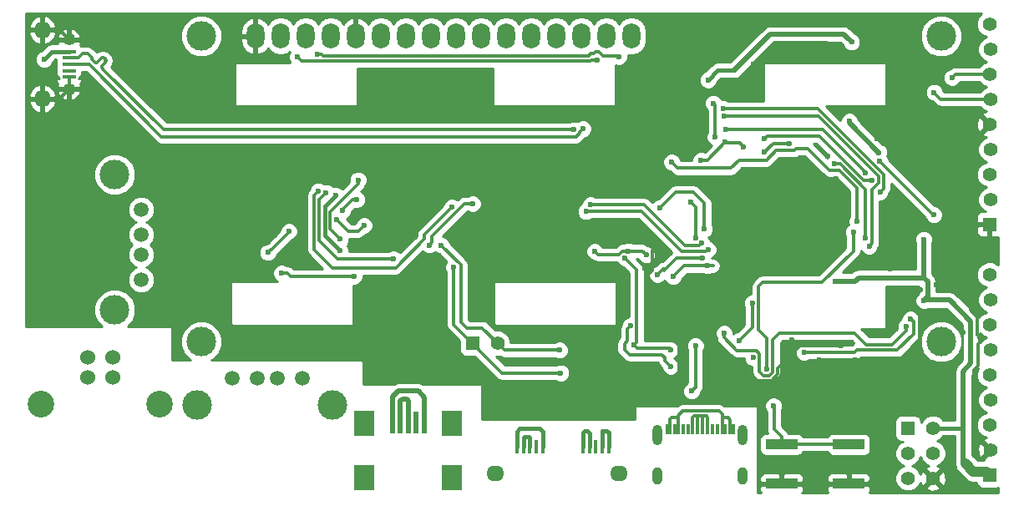
<source format=gbr>
G04 #@! TF.FileFunction,Copper,L1,Top,Signal*
%FSLAX46Y46*%
G04 Gerber Fmt 4.6, Leading zero omitted, Abs format (unit mm)*
G04 Created by KiCad (PCBNEW 4.0.5+dfsg1-4) date Fri Oct  5 16:33:36 2018*
%MOMM*%
%LPD*%
G01*
G04 APERTURE LIST*
%ADD10C,0.100000*%
%ADD11O,1.000000X1.800000*%
%ADD12O,1.000000X2.100000*%
%ADD13R,0.300000X1.140000*%
%ADD14R,1.397000X1.397000*%
%ADD15C,1.397000*%
%ADD16R,0.500380X2.301240*%
%ADD17R,1.998980X2.499360*%
%ADD18R,0.400000X1.350000*%
%ADD19O,1.800000X1.550000*%
%ADD20C,1.501140*%
%ADD21C,2.999740*%
%ADD22C,1.524000*%
%ADD23C,2.700020*%
%ADD24R,1.350000X0.400000*%
%ADD25O,1.250000X1.250000*%
%ADD26O,1.550000X1.800000*%
%ADD27R,3.200000X1.000000*%
%ADD28O,1.800000X2.600000*%
%ADD29C,3.000000*%
%ADD30C,0.600000*%
%ADD31C,0.300000*%
%ADD32C,0.400000*%
%ADD33C,0.500000*%
%ADD34C,1.000000*%
%ADD35C,0.250000*%
G04 APERTURE END LIST*
D10*
D11*
X114760000Y-97590000D03*
X123400000Y-97590000D03*
D12*
X114760000Y-93410000D03*
X123400000Y-93410000D03*
D13*
X117330000Y-92840000D03*
X117830000Y-92840000D03*
X118330000Y-92840000D03*
X118830000Y-92840000D03*
X119330000Y-92840000D03*
X119830000Y-92840000D03*
X120330000Y-92840000D03*
X120830000Y-92840000D03*
X115730000Y-92840000D03*
X116030000Y-92840000D03*
X116530000Y-92840000D03*
X116830000Y-92840000D03*
X121330000Y-92840000D03*
X121630000Y-92840000D03*
X122130000Y-92840000D03*
X122430000Y-92840000D03*
D14*
X140140000Y-92750000D03*
D15*
X142680000Y-92750000D03*
X140140000Y-95290000D03*
X142680000Y-95290000D03*
X140140000Y-97830000D03*
X142680000Y-97830000D03*
D14*
X95984575Y-84132751D03*
D15*
X98524575Y-84132751D03*
D16*
X87899800Y-92150680D03*
X88699900Y-92150680D03*
X89500000Y-92150680D03*
X90300100Y-92150680D03*
X91100200Y-92150680D03*
D17*
X85049920Y-92249740D03*
X85049920Y-97748840D03*
X93950080Y-92249740D03*
X93950080Y-97748840D03*
D18*
X109800000Y-94637460D03*
X109150000Y-94637460D03*
X101799100Y-94637460D03*
X107850000Y-94637460D03*
X107200000Y-94637460D03*
X100499100Y-94637460D03*
X101149100Y-94637460D03*
X108500000Y-94637460D03*
X102449100Y-94637460D03*
X103099100Y-94637460D03*
D19*
X98299100Y-97337460D03*
X110850000Y-97337460D03*
D20*
X78772000Y-87700000D03*
X76232000Y-87700000D03*
X74200000Y-87700000D03*
X71660000Y-87700000D03*
D21*
X81820000Y-90367000D03*
X68104000Y-90367000D03*
D20*
X62402120Y-77712860D03*
X62402120Y-75172860D03*
X62402120Y-73140860D03*
X62402120Y-70600860D03*
D21*
X59735120Y-80760860D03*
X59735120Y-67044860D03*
D22*
X57000000Y-85600000D03*
X59540000Y-85600000D03*
X59540000Y-87598980D03*
X57000000Y-87598980D03*
D23*
X52270520Y-90299000D03*
X64269480Y-90299000D03*
D15*
X148400000Y-92420000D03*
X148521920Y-89880000D03*
X148400000Y-87340000D03*
X148521920Y-84800000D03*
X148400000Y-82260000D03*
X148521920Y-94960000D03*
X148521920Y-79720000D03*
D14*
X148400000Y-97500000D03*
D15*
X148400000Y-77180000D03*
X148400000Y-67020000D03*
X148521920Y-64480000D03*
X148400000Y-61940000D03*
X148521920Y-59400000D03*
X148400000Y-56860000D03*
X148521920Y-69560000D03*
X148521920Y-54320000D03*
D14*
X148400000Y-72100000D03*
D15*
X148400000Y-51780000D03*
D24*
X55092540Y-54559100D03*
X55092540Y-55209100D03*
X55092540Y-55859100D03*
X55092540Y-56509100D03*
X55092540Y-57159100D03*
D25*
X55092540Y-53359100D03*
X55092540Y-58359100D03*
D26*
X52392540Y-52359100D03*
X52392540Y-59359100D03*
D27*
X134130000Y-94400000D03*
X127330000Y-94400000D03*
X127330000Y-98400000D03*
X134130000Y-98400000D03*
D28*
X74000000Y-53000000D03*
X76540000Y-53000000D03*
X79080000Y-53000000D03*
X81620000Y-53000000D03*
X84160000Y-53000000D03*
X86700000Y-53000000D03*
X89240000Y-53000000D03*
X91780000Y-53000000D03*
X94320000Y-53000000D03*
X96860000Y-53000000D03*
X99400000Y-53000000D03*
X101940000Y-53000000D03*
X104480000Y-53000000D03*
X107020000Y-53000000D03*
X109560000Y-53000000D03*
X112100000Y-53000000D03*
D29*
X68500900Y-53000000D03*
X68500900Y-84000700D03*
X143499480Y-84000700D03*
X143499480Y-53000000D03*
D30*
X124449979Y-85605788D03*
X115200000Y-67990000D03*
X115000000Y-74390000D03*
X132853543Y-67423296D03*
X76000000Y-73190000D03*
X70200000Y-80790000D03*
X56830000Y-58660000D03*
X79260000Y-66890000D03*
X75410000Y-67220000D03*
X68375000Y-60775000D03*
X90300000Y-69590000D03*
X62900000Y-53400000D03*
X95800000Y-51000000D03*
X82800000Y-50900000D03*
X71800000Y-51300000D03*
X65600000Y-55300000D03*
X93125000Y-57350000D03*
X88125000Y-58550000D03*
X67677659Y-57766151D03*
X75470000Y-76040000D03*
X141400000Y-78700000D03*
X145700000Y-83000000D03*
X115675000Y-78800000D03*
X113900000Y-81075000D03*
X116900000Y-88100000D03*
X136200000Y-60400000D03*
X131200000Y-85800000D03*
X136100000Y-90700000D03*
X144700000Y-88200000D03*
X141000000Y-88100000D03*
X140600000Y-85000000D03*
X147400000Y-83500000D03*
X146600000Y-80600000D03*
X146100000Y-78500000D03*
X147200000Y-75000000D03*
X144900000Y-68000000D03*
X145100000Y-66200000D03*
X144800000Y-62900000D03*
X146600000Y-61000000D03*
X113500000Y-76500000D03*
X103600000Y-74300000D03*
X119800000Y-83200000D03*
X128400000Y-83800000D03*
X137000000Y-63400000D03*
X134800000Y-85800000D03*
X138400000Y-76600000D03*
X143800000Y-73200000D03*
X143000000Y-78200000D03*
X132000000Y-65200000D03*
X139600000Y-60000000D03*
X121600000Y-57800000D03*
X113000000Y-57600000D03*
X133400000Y-84400000D03*
X141963265Y-64636735D03*
X101410000Y-70780000D03*
X130550000Y-68410000D03*
X130030000Y-76470000D03*
X124040000Y-76200000D03*
X125600000Y-68450000D03*
X123510000Y-73100000D03*
X128125000Y-63875000D03*
X141725000Y-58625000D03*
X140075000Y-55175000D03*
X125575000Y-64775000D03*
X124475000Y-55875000D03*
X132225000Y-53975000D03*
X81148976Y-68873227D03*
X88000000Y-75590000D03*
X104950000Y-87150000D03*
X94090000Y-76410000D03*
X92800000Y-74190000D03*
X84400000Y-67590000D03*
X82600000Y-73590000D03*
X104830000Y-84850000D03*
X112000000Y-82390000D03*
X116100000Y-86500000D03*
X124349990Y-80070662D03*
X123003628Y-83902881D03*
X111800000Y-74789998D03*
X82120618Y-69144855D03*
X52550000Y-55370000D03*
X134200000Y-61600000D03*
X137200000Y-64800000D03*
X82540000Y-74780000D03*
X108385000Y-74835000D03*
X113616654Y-75194449D03*
X134425000Y-53600000D03*
X114749990Y-77191620D03*
X119290000Y-75500000D03*
X78260000Y-55120000D03*
X108660000Y-55420000D03*
X132780000Y-77830000D03*
X119875000Y-57445000D03*
X141750000Y-73600000D03*
X141750000Y-79825000D03*
X118200000Y-89000000D03*
X118600000Y-84400000D03*
X118598823Y-73452829D03*
X118100000Y-69800000D03*
X119150000Y-65580000D03*
X123490000Y-64250000D03*
X121600000Y-63750000D03*
X110850000Y-55080000D03*
X80310000Y-54810000D03*
X135856411Y-66837177D03*
X121649990Y-62450815D03*
X136203111Y-74291028D03*
X121549990Y-61137801D03*
X121412471Y-60349697D03*
X137300000Y-68800000D03*
X120400000Y-59800000D03*
X120600000Y-63200000D03*
X119804164Y-76298556D03*
X116327992Y-77397245D03*
X136500000Y-67600000D03*
X125600000Y-63400000D03*
X142775000Y-71125000D03*
X137291575Y-65720807D03*
X125800000Y-86790000D03*
X134600000Y-72897122D03*
X126530000Y-90510000D03*
X142800000Y-58700000D03*
X144600000Y-57200000D03*
X129600000Y-85075000D03*
X140400000Y-81675000D03*
X132672284Y-65939990D03*
X135857871Y-73494771D03*
X107950021Y-70113327D03*
X119214125Y-73964125D03*
X107512967Y-70783714D03*
X119885875Y-74635875D03*
X82816402Y-70706898D03*
X84282886Y-69585002D03*
X96000000Y-69990000D03*
X91600000Y-74190000D03*
X116200000Y-65790000D03*
X135000000Y-71790000D03*
X121490000Y-83140000D03*
X139925000Y-82425000D03*
X115000000Y-70400000D03*
X119506499Y-72562754D03*
X111464749Y-75516377D03*
X93911779Y-70358968D03*
X80367772Y-68700775D03*
X112350000Y-84325000D03*
X116100000Y-84800000D03*
X106260373Y-62500373D03*
X107200000Y-62400000D03*
X77400000Y-72790000D03*
X85000000Y-72190000D03*
X82200000Y-71590000D03*
X75260000Y-74950000D03*
X84000000Y-77340000D03*
X76630000Y-77050000D03*
D31*
X126950013Y-86654231D02*
X129204244Y-84400000D01*
X126950013Y-87309113D02*
X126950013Y-86654231D01*
X119400000Y-83400000D02*
X123940013Y-87940013D01*
X123940013Y-87940013D02*
X126319113Y-87940013D01*
X126319113Y-87940013D02*
X126950013Y-87309113D01*
X129204244Y-84400000D02*
X133400000Y-84400000D01*
X126475000Y-63875000D02*
X128125000Y-63875000D01*
X125575000Y-64775000D02*
X126475000Y-63875000D01*
X75410000Y-67220000D02*
X78930000Y-67220000D01*
X78930000Y-67220000D02*
X79260000Y-66890000D01*
X75400000Y-72590000D02*
X75410000Y-72580000D01*
X75410000Y-72580000D02*
X75410000Y-67220000D01*
X76000000Y-73190000D02*
X75400000Y-72590000D01*
X52392540Y-52359100D02*
X54092540Y-52359100D01*
X54092540Y-52359100D02*
X55092540Y-53359100D01*
X52392540Y-59359100D02*
X54092540Y-59359100D01*
X54092540Y-59359100D02*
X55092540Y-58359100D01*
X55092540Y-57159100D02*
X55092540Y-58359100D01*
X68325000Y-57825000D02*
X68325000Y-60750000D01*
X137310000Y-97120000D02*
X137310000Y-91910000D01*
X137310000Y-91910000D02*
X136100000Y-90700000D01*
X134130000Y-98400000D02*
X136030000Y-98400000D01*
X136030000Y-98400000D02*
X137310000Y-97120000D01*
X127330000Y-98400000D02*
X134130000Y-98400000D01*
X147230000Y-84190000D02*
X147400000Y-84020000D01*
X147400000Y-84020000D02*
X147400000Y-83500000D01*
X147230000Y-86440000D02*
X147230000Y-84190000D01*
X147250000Y-86460000D02*
X147230000Y-86440000D01*
X146850000Y-86860000D02*
X147250000Y-86460000D01*
X146850000Y-93830000D02*
X146850000Y-86860000D01*
X147281501Y-94261501D02*
X146850000Y-93830000D01*
X148521920Y-94960000D02*
X147823421Y-94261501D01*
X147823421Y-94261501D02*
X147281501Y-94261501D01*
X144800000Y-65900000D02*
X143226530Y-65900000D01*
X143226530Y-65900000D02*
X141963265Y-64636735D01*
X93125000Y-57350000D02*
X91925000Y-58550000D01*
X91925000Y-58550000D02*
X88549264Y-58550000D01*
X88549264Y-58550000D02*
X88125000Y-58550000D01*
X68325000Y-57825000D02*
X67775000Y-57825000D01*
X68700000Y-57825000D02*
X68325000Y-57825000D01*
X71550000Y-54975000D02*
X68700000Y-57825000D01*
X71550000Y-54250000D02*
X71550000Y-54975000D01*
X74000000Y-53000000D02*
X72800000Y-53000000D01*
X72800000Y-53000000D02*
X71550000Y-54250000D01*
X114266656Y-74790000D02*
X114266656Y-76741835D01*
X114266656Y-74790000D02*
X114266656Y-74726656D01*
X141400000Y-78700000D02*
X140800000Y-79300000D01*
X141300000Y-84300000D02*
X140600000Y-85000000D01*
X140800000Y-79300000D02*
X140800000Y-80200000D01*
X140800000Y-80200000D02*
X141100000Y-80500000D01*
X141100000Y-80500000D02*
X141100000Y-80900000D01*
X141100000Y-80900000D02*
X141300000Y-81100000D01*
X141300000Y-81100000D02*
X141300000Y-84300000D01*
X141000000Y-88100000D02*
X141000000Y-90200000D01*
X116900000Y-84300000D02*
X116900000Y-88100000D01*
X118000000Y-83200000D02*
X116900000Y-84300000D01*
X119800000Y-83200000D02*
X118000000Y-83200000D01*
X131200000Y-85800000D02*
X131200000Y-86500000D01*
X140600000Y-85000000D02*
X140600000Y-87700000D01*
X140600000Y-87700000D02*
X141000000Y-88100000D01*
X139900000Y-85800000D02*
X140600000Y-85100000D01*
X140600000Y-85100000D02*
X140600000Y-85000000D01*
X134800000Y-85800000D02*
X139900000Y-85800000D01*
X147200000Y-83300000D02*
X147400000Y-83500000D01*
X147200000Y-81500000D02*
X147200000Y-83300000D01*
X146600000Y-80900000D02*
X147200000Y-81500000D01*
X146600000Y-80600000D02*
X146600000Y-80900000D01*
X146100000Y-79900000D02*
X146600000Y-80400000D01*
X146100000Y-78500000D02*
X146100000Y-79900000D01*
X146100000Y-77500000D02*
X146100000Y-78500000D01*
X146200000Y-77400000D02*
X146100000Y-77500000D01*
X146200000Y-76000000D02*
X146200000Y-77400000D01*
X147200000Y-75000000D02*
X146200000Y-76000000D01*
X145100000Y-67800000D02*
X144900000Y-68000000D01*
X145100000Y-66200000D02*
X145100000Y-67800000D01*
X144800000Y-65900000D02*
X145100000Y-66200000D01*
X144800000Y-62900000D02*
X144800000Y-65900000D01*
X146600000Y-61000000D02*
X144800000Y-62800000D01*
X144800000Y-62800000D02*
X144800000Y-62900000D01*
X138400000Y-60000000D02*
X138000000Y-60400000D01*
X139600000Y-60000000D02*
X138400000Y-60000000D01*
X119600000Y-83400000D02*
X119800000Y-83200000D01*
X115675000Y-79675000D02*
X119400000Y-83400000D01*
X119400000Y-83400000D02*
X119600000Y-83400000D01*
X115675000Y-78800000D02*
X115675000Y-79675000D01*
X134800000Y-85800000D02*
X131200000Y-85800000D01*
X139600000Y-60000000D02*
X139600000Y-62273470D01*
X139600000Y-62273470D02*
X141963265Y-64636735D01*
X114266656Y-76741835D02*
X113825000Y-77183491D01*
X113825000Y-77183491D02*
X113825000Y-78550000D01*
X115425000Y-78550000D02*
X115675000Y-78800000D01*
X113825000Y-78550000D02*
X113825000Y-80825000D01*
X113825000Y-78550000D02*
X115425000Y-78550000D01*
X124475000Y-55775000D02*
X126600000Y-53650000D01*
X124475000Y-55775000D02*
X124475000Y-55875000D01*
X131900000Y-53650000D02*
X132225000Y-53975000D01*
X126600000Y-53650000D02*
X131900000Y-53650000D01*
X80449977Y-73732855D02*
X80449977Y-69572226D01*
X88000000Y-75590000D02*
X82307122Y-75590000D01*
X82307122Y-75590000D02*
X80449977Y-73732855D01*
X80449977Y-69572226D02*
X81148976Y-68873227D01*
X96812560Y-84990000D02*
X98972560Y-87150000D01*
X94090000Y-82267440D02*
X96812560Y-84990000D01*
X96812560Y-84990000D02*
X96812560Y-84960736D01*
X96812560Y-84960736D02*
X95984575Y-84132751D01*
X94090000Y-76410000D02*
X94090000Y-82267440D01*
X98972560Y-87150000D02*
X104525736Y-87150000D01*
X104525736Y-87150000D02*
X104950000Y-87150000D01*
X94800000Y-76190000D02*
X92800000Y-74190000D01*
X94800000Y-81990000D02*
X94800000Y-76190000D01*
X95400000Y-82590000D02*
X94800000Y-81990000D01*
X96981824Y-82590000D02*
X95400000Y-82590000D01*
X98524575Y-84132751D02*
X96981824Y-82590000D01*
X104830000Y-84850000D02*
X99241824Y-84850000D01*
X99241824Y-84850000D02*
X98524575Y-84132751D01*
X84400000Y-67990000D02*
X81549999Y-70840001D01*
X81549999Y-72539999D02*
X82600000Y-73590000D01*
X84400000Y-67590000D02*
X84400000Y-67990000D01*
X81549999Y-70840001D02*
X81549999Y-72539999D01*
X119700022Y-91500022D02*
X119829999Y-91629999D01*
X119829999Y-91629999D02*
X119830000Y-91970000D01*
X119830000Y-91970000D02*
X119830000Y-92840000D01*
X118900000Y-91500022D02*
X119700022Y-91500022D01*
X118499978Y-91500022D02*
X118900000Y-91500022D01*
X118900000Y-91500022D02*
X119200022Y-91500022D01*
X118830000Y-92840000D02*
X118830000Y-91570022D01*
X118830000Y-91570022D02*
X118900000Y-91500022D01*
X118330000Y-92840000D02*
X118330000Y-91670000D01*
X119200022Y-91500022D02*
X119330000Y-91630000D01*
X118330000Y-91670000D02*
X118499978Y-91500022D01*
X119330000Y-91630000D02*
X119330000Y-91970000D01*
X119330000Y-91970000D02*
X119330000Y-92840000D01*
X121330000Y-91700000D02*
X121930000Y-91700000D01*
X121930000Y-91700000D02*
X122130000Y-91900000D01*
X122130000Y-91900000D02*
X122130000Y-92840000D01*
X116830000Y-91800000D02*
X116830000Y-91700000D01*
X116830000Y-91700000D02*
X116830000Y-91470000D01*
X116030000Y-91870000D02*
X116200000Y-91700000D01*
X116200000Y-91700000D02*
X116830000Y-91700000D01*
X116030000Y-92840000D02*
X116030000Y-91870000D01*
X121330000Y-91700000D02*
X121330000Y-91970000D01*
X121330000Y-91330000D02*
X121330000Y-91700000D01*
X116830000Y-92840000D02*
X116830000Y-91800000D01*
X122130000Y-92840000D02*
X122430000Y-92840000D01*
X115730000Y-92840000D02*
X116030000Y-92840000D01*
X116830000Y-91470000D02*
X117299989Y-91000011D01*
X117299989Y-91000011D02*
X121000011Y-91000011D01*
X121000011Y-91000011D02*
X121330000Y-91330000D01*
X121330000Y-91970000D02*
X121330000Y-92840000D01*
X121330000Y-92840000D02*
X121630000Y-92840000D01*
X116530000Y-92840000D02*
X116830000Y-92840000D01*
D32*
X107400000Y-93000000D02*
X107200000Y-93200000D01*
X107200000Y-93200000D02*
X107200000Y-94637460D01*
X107600000Y-93000000D02*
X107400000Y-93000000D01*
X107850000Y-93250000D02*
X107600000Y-93000000D01*
X107850000Y-94637460D02*
X107850000Y-93250000D01*
D31*
X111700000Y-82690000D02*
X112000000Y-82390000D01*
X111700000Y-82700000D02*
X111700000Y-82690000D01*
X116100000Y-86500000D02*
X115500000Y-85900000D01*
X111400000Y-84200000D02*
X111700000Y-83900000D01*
X115500000Y-85900000D02*
X115500000Y-85600000D01*
X111700000Y-83900000D02*
X111700000Y-82700000D01*
X115500000Y-85600000D02*
X115200000Y-85300000D01*
X111400000Y-84800000D02*
X111400000Y-84200000D01*
X115200000Y-85300000D02*
X111900000Y-85300000D01*
X111900000Y-85300000D02*
X111400000Y-84800000D01*
X123003628Y-83902881D02*
X124349990Y-82556519D01*
X124349990Y-82556519D02*
X124349990Y-80070662D01*
X113212203Y-74789998D02*
X111800000Y-74789998D01*
X111800000Y-74789998D02*
X111194999Y-74789998D01*
D32*
X80999988Y-70265485D02*
X82120618Y-69144855D01*
X80999988Y-73239988D02*
X80999988Y-70265485D01*
X82540000Y-74780000D02*
X80999988Y-73239988D01*
X122550000Y-56450000D02*
X120870000Y-56450000D01*
X120870000Y-56450000D02*
X119875000Y-57445000D01*
X53360900Y-54559100D02*
X52550000Y-55370000D01*
X55092540Y-54559100D02*
X53360900Y-54559100D01*
D33*
X134200000Y-61800000D02*
X134200000Y-61600000D01*
X137200000Y-64800000D02*
X134200000Y-61800000D01*
X145750000Y-96142254D02*
X145750000Y-92640000D01*
X145750000Y-92640000D02*
X145750000Y-86975000D01*
D32*
X145640000Y-92750000D02*
X145750000Y-92640000D01*
X142680000Y-92750000D02*
X145640000Y-92750000D01*
D31*
X108684999Y-75134999D02*
X108385000Y-74835000D01*
X110849998Y-75134999D02*
X108684999Y-75134999D01*
X111194999Y-74789998D02*
X110849998Y-75134999D01*
X113616654Y-75194449D02*
X113212203Y-74789998D01*
D33*
X133625000Y-52800000D02*
X134025000Y-53200000D01*
X122550000Y-56450000D02*
X126200000Y-52800000D01*
X126200000Y-52800000D02*
X133625000Y-52800000D01*
X134025000Y-53200000D02*
X134425000Y-53600000D01*
D34*
X146763216Y-97155470D02*
X148055470Y-97155470D01*
X148055470Y-97155470D02*
X148400000Y-97500000D01*
D33*
X142150002Y-77910002D02*
X141750000Y-77510000D01*
X142150002Y-79424998D02*
X142150002Y-77910002D01*
X141750000Y-79825000D02*
X142150002Y-79424998D01*
D31*
X115600000Y-76590000D02*
X115351610Y-76590000D01*
X115351610Y-76590000D02*
X115049989Y-76891621D01*
X115049989Y-76891621D02*
X114749990Y-77191620D01*
X115600000Y-76590000D02*
X115440000Y-76750000D01*
X116690000Y-75500000D02*
X115600000Y-76590000D01*
D34*
X145977746Y-96370000D02*
X146763216Y-97155470D01*
D31*
X78260000Y-55120000D02*
X78270000Y-55120000D01*
X78270000Y-55120000D02*
X78630000Y-55480000D01*
X78630000Y-55480000D02*
X107970000Y-55480000D01*
X107970000Y-55480000D02*
X108030000Y-55420000D01*
X108030000Y-55420000D02*
X108660000Y-55420000D01*
X119290000Y-75500000D02*
X116690000Y-75500000D01*
D33*
X135110000Y-77510000D02*
X141750000Y-77510000D01*
X135110000Y-77510000D02*
X134790000Y-77830000D01*
X134790000Y-77830000D02*
X133290000Y-77830000D01*
X133290000Y-77830000D02*
X132780000Y-77830000D01*
X141750000Y-77510000D02*
X141750000Y-73600000D01*
X144375000Y-79750000D02*
X141825000Y-79750000D01*
X141825000Y-79750000D02*
X141750000Y-79825000D01*
X146525000Y-81900000D02*
X144375000Y-79750000D01*
X146525000Y-86200000D02*
X146525000Y-81900000D01*
X145750000Y-86975000D02*
X146525000Y-86200000D01*
X146763216Y-97155470D02*
X145750000Y-96142254D01*
D31*
X118600000Y-88600000D02*
X118200000Y-89000000D01*
X118600000Y-84400000D02*
X118600000Y-88600000D01*
X118100000Y-69800000D02*
X118598823Y-70298823D01*
X118598823Y-70298823D02*
X118598823Y-73028565D01*
X118598823Y-73028565D02*
X118598823Y-73452829D01*
X119780000Y-65570000D02*
X119160000Y-65570000D01*
X119160000Y-65570000D02*
X119150000Y-65580000D01*
X121600000Y-63750000D02*
X119780000Y-65570000D01*
X123490000Y-64250000D02*
X123090000Y-63850000D01*
X121700000Y-63850000D02*
X121600000Y-63750000D01*
X123090000Y-63850000D02*
X121700000Y-63850000D01*
X80310000Y-54810000D02*
X80734264Y-54810000D01*
X80734264Y-54810000D02*
X80904254Y-54979990D01*
X80904254Y-54979990D02*
X107762888Y-54979990D01*
X110780000Y-55010000D02*
X110850000Y-55080000D01*
X107762888Y-54979990D02*
X107962877Y-54780001D01*
X107962877Y-54780001D02*
X108329989Y-54780001D01*
X109230000Y-55010000D02*
X110780000Y-55010000D01*
X108329989Y-54780001D02*
X108479990Y-54630000D01*
X108479990Y-54630000D02*
X108850000Y-54630000D01*
X108850000Y-54630000D02*
X109230000Y-55010000D01*
X131470049Y-62450815D02*
X135556412Y-66537178D01*
X135556412Y-66537178D02*
X135856411Y-66837177D01*
X121649990Y-62450815D02*
X131470049Y-62450815D01*
X137150001Y-67205609D02*
X137150001Y-67912001D01*
X136507873Y-68554129D02*
X136507873Y-73986266D01*
X137150001Y-67912001D02*
X136507873Y-68554129D01*
X131082193Y-61137801D02*
X137150001Y-67205609D01*
X121549990Y-61137801D02*
X131082193Y-61137801D01*
X136507873Y-73986266D02*
X136203111Y-74291028D01*
X121836735Y-60349697D02*
X121412471Y-60349697D01*
X131001211Y-60349697D02*
X121836735Y-60349697D01*
X137650011Y-66998497D02*
X131001211Y-60349697D01*
X137650011Y-68449989D02*
X137650011Y-66998497D01*
X137300000Y-68800000D02*
X137650011Y-68449989D01*
X120600000Y-60000000D02*
X120400000Y-59800000D01*
X120600000Y-63200000D02*
X120600000Y-60000000D01*
X117426681Y-76298556D02*
X119379900Y-76298556D01*
X120228428Y-76298556D02*
X119804164Y-76298556D01*
X120398556Y-76298556D02*
X120228428Y-76298556D01*
X120400000Y-76300000D02*
X120398556Y-76298556D01*
X116327992Y-77397245D02*
X117426681Y-76298556D01*
X119379900Y-76298556D02*
X119804164Y-76298556D01*
X136075736Y-67600000D02*
X136500000Y-67600000D01*
X135624244Y-67600000D02*
X136075736Y-67600000D01*
X125600000Y-63400000D02*
X125899999Y-63100001D01*
X131124245Y-63100001D02*
X135624244Y-67600000D01*
X125899999Y-63100001D02*
X131124245Y-63100001D01*
X107020000Y-53000000D02*
X107020000Y-53830000D01*
X142670768Y-71100000D02*
X137591574Y-66020806D01*
X137591574Y-66020806D02*
X137291575Y-65720807D01*
X125800000Y-83590000D02*
X125800000Y-86790000D01*
X125000000Y-82790000D02*
X125800000Y-83590000D01*
X125000000Y-78390000D02*
X125000000Y-82790000D01*
X125400000Y-77990000D02*
X125000000Y-78390000D01*
X131400000Y-77990000D02*
X125400000Y-77990000D01*
X134600000Y-74790000D02*
X131400000Y-77990000D01*
X134600000Y-72897122D02*
X134600000Y-74790000D01*
X126560000Y-92830000D02*
X126560000Y-90540000D01*
X126560000Y-90540000D02*
X126530000Y-90510000D01*
X127330000Y-94400000D02*
X127330000Y-93600000D01*
X127330000Y-93600000D02*
X126560000Y-92830000D01*
X134130000Y-94400000D02*
X127330000Y-94400000D01*
X148521920Y-59400000D02*
X143500000Y-59400000D01*
X143500000Y-59400000D02*
X143480000Y-59380000D01*
X142800000Y-58700000D02*
X143480000Y-59380000D01*
X148400000Y-56860000D02*
X144940000Y-56860000D01*
X144940000Y-56860000D02*
X144600000Y-57200000D01*
X140400000Y-81675000D02*
X140699999Y-81974999D01*
X140699999Y-81974999D02*
X140699999Y-83165001D01*
X140699999Y-83165001D02*
X139040000Y-84825000D01*
X139040000Y-84825000D02*
X135000000Y-84825000D01*
X135000000Y-84825000D02*
X134750000Y-85075000D01*
X134750000Y-85075000D02*
X129600000Y-85075000D01*
X133257112Y-65939990D02*
X132672284Y-65939990D01*
X135857871Y-68540749D02*
X133257112Y-65939990D01*
X135857871Y-73494771D02*
X135857871Y-68540749D01*
X113397945Y-70113327D02*
X107950021Y-70113327D01*
X118953250Y-74225000D02*
X117509618Y-74225000D01*
X117509618Y-74225000D02*
X113397945Y-70113327D01*
X119214125Y-73964125D02*
X118953250Y-74225000D01*
X113149096Y-70783714D02*
X107512967Y-70783714D01*
X119885875Y-74635875D02*
X119671751Y-74849999D01*
X117215381Y-74849999D02*
X113149096Y-70783714D01*
X119671751Y-74849999D02*
X117215381Y-74849999D01*
X82816402Y-70619334D02*
X83850734Y-69585002D01*
X82816402Y-70706898D02*
X82816402Y-70619334D01*
X83850734Y-69585002D02*
X84282886Y-69585002D01*
X95200000Y-69990000D02*
X96000000Y-69990000D01*
X91899999Y-73290001D02*
X95200000Y-69990000D01*
X91600000Y-74190000D02*
X91899999Y-73890001D01*
X91899999Y-73890001D02*
X91899999Y-73290001D01*
X116800000Y-66390000D02*
X116200000Y-65790000D01*
X122200000Y-66390000D02*
X116800000Y-66390000D01*
X123000000Y-65590000D02*
X122200000Y-66390000D01*
X125800000Y-65590000D02*
X123000000Y-65590000D01*
X126800000Y-64590000D02*
X125800000Y-65590000D01*
X128600000Y-64590000D02*
X126800000Y-64590000D01*
X128800000Y-64390000D02*
X128600000Y-64590000D01*
X130000000Y-64390000D02*
X128800000Y-64390000D01*
X132200000Y-66590000D02*
X130000000Y-64390000D01*
X133200000Y-66590000D02*
X132200000Y-66590000D01*
X135000000Y-68390000D02*
X133200000Y-66590000D01*
X135000000Y-71790000D02*
X135000000Y-68390000D01*
X124792889Y-84890011D02*
X122815747Y-84890011D01*
X122815747Y-84890011D02*
X121490000Y-83564264D01*
X121490000Y-83564264D02*
X121490000Y-83140000D01*
X125099989Y-87051993D02*
X125099989Y-85197111D01*
X125099989Y-85197111D02*
X124792889Y-84890011D01*
X126450002Y-83774998D02*
X126450002Y-87102002D01*
X127100000Y-83125000D02*
X126450002Y-83774998D01*
X126450002Y-87102002D02*
X126112002Y-87440002D01*
X126112002Y-87440002D02*
X125487998Y-87440002D01*
X125487998Y-87440002D02*
X125099989Y-87051993D01*
X135900000Y-84275000D02*
X138500000Y-84275000D01*
X138500000Y-84275000D02*
X139925000Y-82850000D01*
X139925000Y-82850000D02*
X139925000Y-82425000D01*
X127100000Y-83125000D02*
X134750000Y-83125000D01*
X134750000Y-83125000D02*
X135900000Y-84275000D01*
X135900000Y-84275000D02*
X137275000Y-84275000D01*
X127950000Y-83125000D02*
X127100000Y-83125000D01*
X116575000Y-68825000D02*
X115000000Y-70400000D01*
X117600000Y-68825000D02*
X117375000Y-68825000D01*
X118400000Y-68825000D02*
X117600000Y-68825000D01*
X117600000Y-68825000D02*
X116575000Y-68825000D01*
X118400000Y-68825000D02*
X119506499Y-69931499D01*
X119506499Y-72138490D02*
X119506499Y-72562754D01*
X119506499Y-69931499D02*
X119506499Y-72138490D01*
D33*
X90500000Y-89000000D02*
X88475000Y-89000000D01*
X87900000Y-89575000D02*
X87900000Y-90699860D01*
X88475000Y-89000000D02*
X87900000Y-89575000D01*
X91100200Y-92150680D02*
X91100200Y-89600200D01*
X91100200Y-89600200D02*
X90500000Y-89000000D01*
X87900000Y-90699860D02*
X87899800Y-90700060D01*
X87899800Y-90700060D02*
X87899800Y-92150680D01*
X89300000Y-89800000D02*
X89500000Y-90000000D01*
X89500000Y-90000000D02*
X89500000Y-92150680D01*
X88900000Y-89800000D02*
X89300000Y-89800000D01*
X88700000Y-90000000D02*
X88900000Y-89800000D01*
X88700000Y-90699960D02*
X88700000Y-90000000D01*
X88699900Y-92150680D02*
X88699900Y-90700060D01*
X88699900Y-90700060D02*
X88700000Y-90699960D01*
D32*
X101799100Y-94637460D02*
X101799100Y-93662460D01*
X101799100Y-93662460D02*
X101736640Y-93600000D01*
X101736640Y-93600000D02*
X101268680Y-93600000D01*
X101268680Y-93600000D02*
X101149100Y-93719580D01*
X101149100Y-93719580D02*
X101149100Y-94637460D01*
X100499100Y-94637460D02*
X100499100Y-93100900D01*
X100499100Y-93100900D02*
X100800000Y-92800000D01*
X100800000Y-92800000D02*
X102800000Y-92800000D01*
X102800000Y-92800000D02*
X103099100Y-93099100D01*
X103099100Y-93099100D02*
X103099100Y-94637460D01*
X109200000Y-93000000D02*
X109150000Y-93050000D01*
X109150000Y-93050000D02*
X109150000Y-94637460D01*
X109600000Y-93000000D02*
X109200000Y-93000000D01*
X109800000Y-93200000D02*
X109600000Y-93000000D01*
X109800000Y-94637460D02*
X109800000Y-93200000D01*
D31*
X112650002Y-76701630D02*
X111464749Y-75516377D01*
X112650002Y-84024998D02*
X112650002Y-76701630D01*
X112350000Y-84325000D02*
X112650002Y-84024998D01*
X81792888Y-76490010D02*
X88192868Y-76490010D01*
X80367772Y-68700775D02*
X79949966Y-69118581D01*
X91099989Y-73582889D02*
X91099989Y-73170758D01*
X79949966Y-74647088D02*
X81792888Y-76490010D01*
X79949966Y-69118581D02*
X79949966Y-74647088D01*
X91099989Y-73170758D02*
X93911779Y-70358968D01*
X88192868Y-76490010D02*
X91099989Y-73582889D01*
X112700000Y-84675000D02*
X112350000Y-84325000D01*
X112700000Y-84675000D02*
X115975000Y-84675000D01*
X115975000Y-84675000D02*
X116100000Y-84800000D01*
X55092540Y-55209100D02*
X56067540Y-55209100D01*
X57879619Y-55679617D02*
X57897296Y-55697296D01*
X57408161Y-55309551D02*
X57405669Y-55320467D01*
X56067540Y-55209100D02*
X56506640Y-54770000D01*
X57405669Y-55320467D02*
X57405669Y-55331663D01*
X57434330Y-55260953D02*
X57431838Y-55271869D01*
X57825422Y-55726812D02*
X57835510Y-55721954D01*
X56506640Y-54770000D02*
X56970000Y-54770000D01*
X56970000Y-54770000D02*
X57420000Y-55220000D01*
X57431838Y-55238841D02*
X57434330Y-55249757D01*
X57803310Y-55729303D02*
X57814506Y-55729303D01*
X57814506Y-55729303D02*
X57825422Y-55726812D01*
X57835510Y-55721954D02*
X57844264Y-55714973D01*
X57792394Y-55726812D02*
X57803310Y-55729303D01*
X57405669Y-55331663D02*
X57408161Y-55342579D01*
X58491805Y-55961948D02*
X58462657Y-56022474D01*
X57420000Y-55220000D02*
X57426980Y-55228753D01*
X57426980Y-55228753D02*
X57431838Y-55238841D01*
X57413019Y-55299463D02*
X57408161Y-55309551D01*
X58732892Y-55285961D02*
X58774778Y-55338484D01*
X58533691Y-56333691D02*
X64700373Y-62500373D01*
X57434330Y-55249757D02*
X57434330Y-55260953D01*
X57431838Y-55271869D02*
X57426980Y-55281956D01*
X58818874Y-55464504D02*
X58818873Y-55531682D01*
X57420000Y-55361420D02*
X57773553Y-55714973D01*
X57426980Y-55281956D02*
X57413019Y-55299463D01*
X58818873Y-55531682D02*
X58803925Y-55597177D01*
X57408161Y-55342579D02*
X57413019Y-55352666D01*
X58803925Y-55597177D02*
X58774777Y-55657702D01*
X58421677Y-55214929D02*
X58487171Y-55199981D01*
X57413019Y-55352666D02*
X57420000Y-55361420D01*
X58732892Y-55710225D02*
X58533691Y-55909427D01*
X57773553Y-55714973D02*
X57782307Y-55721954D01*
X58803924Y-55399009D02*
X58818874Y-55464504D01*
X57782307Y-55721954D02*
X57792394Y-55726812D01*
X57844264Y-55714973D02*
X57879619Y-55679617D01*
X57897296Y-55697296D02*
X58308630Y-55285963D01*
X58774778Y-55338484D02*
X58803924Y-55399009D01*
X58447710Y-56155148D02*
X58462658Y-56220642D01*
X58487171Y-55199981D02*
X58554349Y-55199980D01*
X58462657Y-56022474D02*
X58447709Y-56087968D01*
X58308630Y-55285963D02*
X58361151Y-55244077D01*
X58361151Y-55244077D02*
X58421677Y-55214929D01*
X58554349Y-55199980D02*
X58619843Y-55214928D01*
X58619843Y-55214928D02*
X58680369Y-55244076D01*
X58680369Y-55244076D02*
X58732892Y-55285961D01*
X58774777Y-55657702D02*
X58732892Y-55710225D01*
X58533691Y-55909427D02*
X58491805Y-55961948D01*
X58447709Y-56087968D02*
X58447710Y-56155148D01*
X58462658Y-56220642D02*
X58491806Y-56281168D01*
X58491806Y-56281168D02*
X58533691Y-56333691D01*
X64700373Y-62500373D02*
X106260373Y-62500373D01*
X64470000Y-63190000D02*
X57139100Y-55859100D01*
X55092540Y-55859100D02*
X57139100Y-55859100D01*
X64470000Y-63190000D02*
X106490000Y-63190000D01*
X106490000Y-63190000D02*
X106900001Y-62779999D01*
X106900001Y-62779999D02*
X106900001Y-62699999D01*
X106900001Y-62699999D02*
X107200000Y-62400000D01*
X77350000Y-72840000D02*
X77400000Y-72790000D01*
X77350000Y-72940000D02*
X77350000Y-72840000D01*
X84400000Y-72790000D02*
X85000000Y-72190000D01*
X83400000Y-72790000D02*
X84400000Y-72790000D01*
X82200000Y-71590000D02*
X83400000Y-72790000D01*
X75639999Y-74650001D02*
X77350000Y-72940000D01*
X75260000Y-74950000D02*
X75559999Y-74650001D01*
X75559999Y-74650001D02*
X75639999Y-74650001D01*
X77600000Y-77390000D02*
X83950000Y-77390000D01*
X83950000Y-77390000D02*
X84000000Y-77340000D01*
X77260000Y-77050000D02*
X77600000Y-77390000D01*
X76630000Y-77050000D02*
X77260000Y-77050000D01*
D35*
G36*
X147278645Y-51029319D02*
X147076730Y-51515585D01*
X147076271Y-52042105D01*
X147277337Y-52528723D01*
X147649319Y-52901355D01*
X148068387Y-53075367D01*
X147773197Y-53197337D01*
X147400565Y-53569319D01*
X147198650Y-54055585D01*
X147198191Y-54582105D01*
X147399257Y-55068723D01*
X147771239Y-55441355D01*
X148068688Y-55564867D01*
X147651277Y-55737337D01*
X147303006Y-56085000D01*
X144940005Y-56085000D01*
X144940000Y-56084999D01*
X144702703Y-56132201D01*
X144643420Y-56143993D01*
X144447554Y-56274867D01*
X144416813Y-56274840D01*
X144076714Y-56415366D01*
X143816280Y-56675345D01*
X143675161Y-57015199D01*
X143674840Y-57383187D01*
X143815366Y-57723286D01*
X144075345Y-57983720D01*
X144415199Y-58124839D01*
X144783187Y-58125160D01*
X145123286Y-57984634D01*
X145383720Y-57724655D01*
X145420948Y-57635000D01*
X147303568Y-57635000D01*
X147649319Y-57981355D01*
X148068387Y-58155367D01*
X147773197Y-58277337D01*
X147424926Y-58625000D01*
X143821016Y-58625000D01*
X143725149Y-58529133D01*
X143725160Y-58516813D01*
X143584634Y-58176714D01*
X143324655Y-57916280D01*
X142984801Y-57775161D01*
X142616813Y-57774840D01*
X142276714Y-57915366D01*
X142016280Y-58175345D01*
X141875161Y-58515199D01*
X141874840Y-58883187D01*
X142015366Y-59223286D01*
X142275345Y-59483720D01*
X142615199Y-59624839D01*
X142628835Y-59624851D01*
X142951992Y-59948008D01*
X143203420Y-60116007D01*
X143500000Y-60175000D01*
X147425488Y-60175000D01*
X147771239Y-60521355D01*
X148052575Y-60638176D01*
X147711364Y-60779510D01*
X147649326Y-61012550D01*
X148400000Y-61763223D01*
X148414142Y-61749081D01*
X148590919Y-61925858D01*
X148576777Y-61940000D01*
X148590919Y-61954142D01*
X148414142Y-62130919D01*
X148400000Y-62116777D01*
X147649326Y-62867450D01*
X147711364Y-63100490D01*
X148080012Y-63230564D01*
X147773197Y-63357337D01*
X147400565Y-63729319D01*
X147198650Y-64215585D01*
X147198191Y-64742105D01*
X147399257Y-65228723D01*
X147771239Y-65601355D01*
X148068688Y-65724867D01*
X147651277Y-65897337D01*
X147278645Y-66269319D01*
X147076730Y-66755585D01*
X147076271Y-67282105D01*
X147277337Y-67768723D01*
X147649319Y-68141355D01*
X148068387Y-68315367D01*
X147773197Y-68437337D01*
X147400565Y-68809319D01*
X147198650Y-69295585D01*
X147198191Y-69822105D01*
X147399257Y-70308723D01*
X147771239Y-70681355D01*
X148000374Y-70776500D01*
X147577180Y-70776500D01*
X147347466Y-70871651D01*
X147171650Y-71047466D01*
X147076500Y-71277180D01*
X147076500Y-71818750D01*
X147232750Y-71975000D01*
X148275000Y-71975000D01*
X148275000Y-71955000D01*
X148525000Y-71955000D01*
X148525000Y-71975000D01*
X148545000Y-71975000D01*
X148545000Y-72225000D01*
X148525000Y-72225000D01*
X148525000Y-73267250D01*
X148681250Y-73423500D01*
X149222820Y-73423500D01*
X149300000Y-73391531D01*
X149300000Y-76208225D01*
X149150681Y-76058645D01*
X148664415Y-75856730D01*
X148137895Y-75856271D01*
X147651277Y-76057337D01*
X147278645Y-76429319D01*
X147076730Y-76915585D01*
X147076271Y-77442105D01*
X147277337Y-77928723D01*
X147649319Y-78301355D01*
X148068387Y-78475367D01*
X147773197Y-78597337D01*
X147400565Y-78969319D01*
X147198650Y-79455585D01*
X147198191Y-79982105D01*
X147399257Y-80468723D01*
X147771239Y-80841355D01*
X148068688Y-80964867D01*
X147651277Y-81137337D01*
X147289109Y-81498873D01*
X147266583Y-81465161D01*
X147143718Y-81281281D01*
X144993718Y-79131282D01*
X144709848Y-78941605D01*
X144375000Y-78875000D01*
X143025002Y-78875000D01*
X143025002Y-77910002D01*
X142958397Y-77575154D01*
X142885467Y-77466007D01*
X142768720Y-77291283D01*
X142625000Y-77147563D01*
X142625000Y-73904827D01*
X142674839Y-73784801D01*
X142675160Y-73416813D01*
X142534634Y-73076714D01*
X142274655Y-72816280D01*
X141934801Y-72675161D01*
X141566813Y-72674840D01*
X141226714Y-72815366D01*
X140966280Y-73075345D01*
X140825161Y-73415199D01*
X140824840Y-73783187D01*
X140875000Y-73904584D01*
X140875000Y-76635000D01*
X135110000Y-76635000D01*
X134830706Y-76690555D01*
X134775151Y-76701605D01*
X134491281Y-76891282D01*
X134427563Y-76955000D01*
X133531016Y-76955000D01*
X135148005Y-75338010D01*
X135148008Y-75338008D01*
X135316007Y-75086580D01*
X135375000Y-74790000D01*
X135375000Y-74709092D01*
X135418477Y-74814314D01*
X135678456Y-75074748D01*
X136018310Y-75215867D01*
X136386298Y-75216188D01*
X136726397Y-75075662D01*
X136986831Y-74815683D01*
X137127950Y-74475829D01*
X137127993Y-74426351D01*
X137223880Y-74282846D01*
X137233668Y-74233640D01*
X137282874Y-73986266D01*
X137282873Y-73986261D01*
X137282873Y-72381250D01*
X147076500Y-72381250D01*
X147076500Y-72922820D01*
X147171650Y-73152534D01*
X147347466Y-73328349D01*
X147577180Y-73423500D01*
X148118750Y-73423500D01*
X148275000Y-73267250D01*
X148275000Y-72225000D01*
X147232750Y-72225000D01*
X147076500Y-72381250D01*
X137282873Y-72381250D01*
X137282873Y-69724985D01*
X137483187Y-69725160D01*
X137823286Y-69584634D01*
X138083720Y-69324655D01*
X138224839Y-68984801D01*
X138224863Y-68957823D01*
X138366018Y-68746569D01*
X138425011Y-68449989D01*
X138425011Y-67950259D01*
X141896947Y-71422195D01*
X141990366Y-71648286D01*
X142250345Y-71908720D01*
X142590199Y-72049839D01*
X142958187Y-72050160D01*
X143298286Y-71909634D01*
X143558720Y-71649655D01*
X143699839Y-71309801D01*
X143700160Y-70941813D01*
X143559634Y-70601714D01*
X143299655Y-70341280D01*
X142959801Y-70200161D01*
X142866864Y-70200080D01*
X138216724Y-65549940D01*
X138216735Y-65537620D01*
X138076209Y-65197521D01*
X138048172Y-65169435D01*
X138124839Y-64984801D01*
X138125160Y-64616813D01*
X137984634Y-64276714D01*
X137724655Y-64016280D01*
X137603345Y-63965908D01*
X135385320Y-61747883D01*
X147064318Y-61747883D01*
X147092470Y-62273651D01*
X147239510Y-62628636D01*
X147472550Y-62690674D01*
X148223223Y-61940000D01*
X147472550Y-61189326D01*
X147239510Y-61251364D01*
X147064318Y-61747883D01*
X135385320Y-61747883D01*
X135125098Y-61487662D01*
X135125160Y-61416813D01*
X134984634Y-61076714D01*
X134724655Y-60816280D01*
X134384801Y-60675161D01*
X134016813Y-60674840D01*
X133676714Y-60815366D01*
X133416280Y-61075345D01*
X133275161Y-61415199D01*
X133275063Y-61527533D01*
X131872530Y-60125000D01*
X137791210Y-60125000D01*
X137836398Y-60116546D01*
X137878181Y-60089783D01*
X137906260Y-60048873D01*
X137916210Y-60000262D01*
X137925000Y-55800262D01*
X137916451Y-55754568D01*
X137889601Y-55712841D01*
X137848632Y-55684848D01*
X137800000Y-55675000D01*
X125600000Y-55675000D01*
X125554812Y-55683454D01*
X125513029Y-55710217D01*
X125484950Y-55751127D01*
X125475000Y-55799738D01*
X125467100Y-59574697D01*
X121945831Y-59574697D01*
X121937126Y-59565977D01*
X121597272Y-59424858D01*
X121245719Y-59424551D01*
X121184634Y-59276714D01*
X120924655Y-59016280D01*
X120584801Y-58875161D01*
X120216813Y-58874840D01*
X119876714Y-59015366D01*
X119616280Y-59275345D01*
X119475161Y-59615199D01*
X119474840Y-59983187D01*
X119615366Y-60323286D01*
X119825000Y-60533287D01*
X119825000Y-62666640D01*
X119816280Y-62675345D01*
X119675161Y-63015199D01*
X119674840Y-63383187D01*
X119815366Y-63723286D01*
X120075345Y-63983720D01*
X120213074Y-64040910D01*
X119521358Y-64732626D01*
X119334801Y-64655161D01*
X118966813Y-64654840D01*
X118626714Y-64795366D01*
X118366280Y-65055345D01*
X118225161Y-65395199D01*
X118224969Y-65615000D01*
X117125153Y-65615000D01*
X117125160Y-65606813D01*
X116984634Y-65266714D01*
X116724655Y-65006280D01*
X116384801Y-64865161D01*
X116016813Y-64864840D01*
X115676714Y-65005366D01*
X115416280Y-65265345D01*
X115275161Y-65605199D01*
X115274840Y-65973187D01*
X115415366Y-66313286D01*
X115675345Y-66573720D01*
X116015199Y-66714839D01*
X116028835Y-66714851D01*
X116251992Y-66938008D01*
X116503420Y-67106007D01*
X116800000Y-67165000D01*
X122200000Y-67165000D01*
X122496580Y-67106007D01*
X122748008Y-66938008D01*
X123321016Y-66365000D01*
X125800000Y-66365000D01*
X126096580Y-66306007D01*
X126348008Y-66138008D01*
X127121015Y-65365000D01*
X128600000Y-65365000D01*
X128896580Y-65306007D01*
X129107612Y-65165000D01*
X129678984Y-65165000D01*
X131651992Y-67138008D01*
X131903420Y-67306007D01*
X132200000Y-67365000D01*
X132878984Y-67365000D01*
X134225000Y-68711015D01*
X134225000Y-71256640D01*
X134216280Y-71265345D01*
X134075161Y-71605199D01*
X134074840Y-71973187D01*
X134124278Y-72092835D01*
X134076714Y-72112488D01*
X133816280Y-72372467D01*
X133675161Y-72712321D01*
X133674840Y-73080309D01*
X133815366Y-73420408D01*
X133825000Y-73430059D01*
X133825000Y-74468985D01*
X131078984Y-77215000D01*
X125400000Y-77215000D01*
X125103420Y-77273993D01*
X124851992Y-77441992D01*
X124851990Y-77441995D01*
X124451992Y-77841992D01*
X124283993Y-78093420D01*
X124225000Y-78390000D01*
X124225000Y-79145553D01*
X124166803Y-79145502D01*
X123826704Y-79286028D01*
X123566270Y-79546007D01*
X123425151Y-79885861D01*
X123424830Y-80253849D01*
X123565356Y-80593948D01*
X123574990Y-80603599D01*
X123574990Y-82235504D01*
X122832762Y-82977732D01*
X122820441Y-82977721D01*
X122480342Y-83118247D01*
X122414962Y-83183513D01*
X122415160Y-82956813D01*
X122274634Y-82616714D01*
X122014655Y-82356280D01*
X121674801Y-82215161D01*
X121306813Y-82214840D01*
X120966714Y-82355366D01*
X120706280Y-82615345D01*
X120565161Y-82955199D01*
X120564840Y-83323187D01*
X120705366Y-83663286D01*
X120741995Y-83699979D01*
X120773993Y-83860844D01*
X120941992Y-84112272D01*
X122267737Y-85438016D01*
X122267739Y-85438019D01*
X122482146Y-85581281D01*
X122519167Y-85606018D01*
X122815747Y-85665011D01*
X123524927Y-85665011D01*
X123524819Y-85788975D01*
X123665345Y-86129074D01*
X123925324Y-86389508D01*
X124265178Y-86530627D01*
X124324989Y-86530679D01*
X124324989Y-87051993D01*
X124383982Y-87348573D01*
X124551981Y-87600001D01*
X124939988Y-87988007D01*
X124939990Y-87988010D01*
X125191418Y-88156009D01*
X125240624Y-88165797D01*
X125487998Y-88215003D01*
X125488003Y-88215002D01*
X126112002Y-88215002D01*
X126408582Y-88156009D01*
X126660010Y-87988010D01*
X126998010Y-87650010D01*
X127166009Y-87398582D01*
X127225002Y-87102002D01*
X127225002Y-84096014D01*
X127421016Y-83900000D01*
X134428984Y-83900000D01*
X134664190Y-84135206D01*
X134451992Y-84276992D01*
X134451990Y-84276995D01*
X134428985Y-84300000D01*
X130133360Y-84300000D01*
X130124655Y-84291280D01*
X129784801Y-84150161D01*
X129416813Y-84149840D01*
X129076714Y-84290366D01*
X128816280Y-84550345D01*
X128675161Y-84890199D01*
X128674840Y-85258187D01*
X128815366Y-85598286D01*
X129075345Y-85858720D01*
X129415199Y-85999839D01*
X129783187Y-86000160D01*
X130123286Y-85859634D01*
X130132937Y-85850000D01*
X134750000Y-85850000D01*
X135046580Y-85791007D01*
X135298008Y-85623008D01*
X135321016Y-85600000D01*
X139040000Y-85600000D01*
X139336580Y-85541007D01*
X139588008Y-85373008D01*
X140539482Y-84421534D01*
X141374112Y-84421534D01*
X141696942Y-85202843D01*
X142294193Y-85801137D01*
X143074937Y-86125330D01*
X143920314Y-86126068D01*
X144701623Y-85803238D01*
X145299917Y-85205987D01*
X145624110Y-84425243D01*
X145624848Y-83579866D01*
X145302018Y-82798557D01*
X144704767Y-82200263D01*
X143924023Y-81876070D01*
X143078646Y-81875332D01*
X142297337Y-82198162D01*
X141699043Y-82795413D01*
X141374850Y-83576157D01*
X141374112Y-84421534D01*
X140539482Y-84421534D01*
X141248007Y-83713009D01*
X141416006Y-83461581D01*
X141474999Y-83165001D01*
X141474999Y-81975004D01*
X141475000Y-81974999D01*
X141424164Y-81719432D01*
X141416006Y-81678419D01*
X141325116Y-81542392D01*
X141325160Y-81491813D01*
X141184634Y-81151714D01*
X140924655Y-80891280D01*
X140584801Y-80750161D01*
X140216813Y-80749840D01*
X139876714Y-80890366D01*
X139616280Y-81150345D01*
X139475161Y-81490199D01*
X139475056Y-81610062D01*
X139401714Y-81640366D01*
X139141280Y-81900345D01*
X139000161Y-82240199D01*
X138999840Y-82608187D01*
X139020587Y-82658397D01*
X138178984Y-83500000D01*
X136221015Y-83500000D01*
X135428601Y-82707585D01*
X137798363Y-82707585D01*
X137843551Y-82699131D01*
X137885334Y-82672368D01*
X137913413Y-82631458D01*
X137923363Y-82582847D01*
X137932148Y-78385000D01*
X141275002Y-78385000D01*
X141275002Y-79020414D01*
X141226714Y-79040366D01*
X140966280Y-79300345D01*
X140825161Y-79640199D01*
X140824840Y-80008187D01*
X140965366Y-80348286D01*
X141225345Y-80608720D01*
X141565199Y-80749839D01*
X141933187Y-80750160D01*
X142236097Y-80625000D01*
X144012564Y-80625000D01*
X145650000Y-82262437D01*
X145650000Y-85837563D01*
X145131282Y-86356282D01*
X144941605Y-86640152D01*
X144875000Y-86975000D01*
X144875000Y-91925000D01*
X143726519Y-91925000D01*
X143430681Y-91628645D01*
X142944415Y-91426730D01*
X142417895Y-91426271D01*
X141931277Y-91627337D01*
X141558645Y-91999319D01*
X141475744Y-92198967D01*
X141475744Y-92051500D01*
X141432163Y-91819889D01*
X141295281Y-91607168D01*
X141086424Y-91464462D01*
X140838500Y-91414256D01*
X139441500Y-91414256D01*
X139209889Y-91457837D01*
X138997168Y-91594719D01*
X138854462Y-91803576D01*
X138804256Y-92051500D01*
X138804256Y-93448500D01*
X138847837Y-93680111D01*
X138984719Y-93892832D01*
X139193576Y-94035538D01*
X139441500Y-94085744D01*
X139588748Y-94085744D01*
X139391277Y-94167337D01*
X139018645Y-94539319D01*
X138816730Y-95025585D01*
X138816271Y-95552105D01*
X139017337Y-96038723D01*
X139389319Y-96411355D01*
X139747578Y-96560117D01*
X139391277Y-96707337D01*
X139018645Y-97079319D01*
X138816730Y-97565585D01*
X138816271Y-98092105D01*
X139017337Y-98578723D01*
X139389319Y-98951355D01*
X139875585Y-99153270D01*
X140402105Y-99153729D01*
X140888723Y-98952663D01*
X141084277Y-98757450D01*
X141929326Y-98757450D01*
X141991364Y-98990490D01*
X142487883Y-99165682D01*
X143013651Y-99137530D01*
X143368636Y-98990490D01*
X143430674Y-98757450D01*
X142680000Y-98006777D01*
X141929326Y-98757450D01*
X141084277Y-98757450D01*
X141261355Y-98580681D01*
X141403457Y-98238460D01*
X141519510Y-98518636D01*
X141752550Y-98580674D01*
X142503223Y-97830000D01*
X142856777Y-97830000D01*
X143607450Y-98580674D01*
X143840490Y-98518636D01*
X144015682Y-98022117D01*
X143987530Y-97496349D01*
X143840490Y-97141364D01*
X143607450Y-97079326D01*
X142856777Y-97830000D01*
X142503223Y-97830000D01*
X141752550Y-97079326D01*
X141519510Y-97141364D01*
X141412640Y-97444249D01*
X141262663Y-97081277D01*
X140890681Y-96708645D01*
X140532422Y-96559883D01*
X140888723Y-96412663D01*
X141261355Y-96040681D01*
X141410117Y-95682422D01*
X141557337Y-96038723D01*
X141929319Y-96411355D01*
X142271540Y-96553457D01*
X141991364Y-96669510D01*
X141929326Y-96902550D01*
X142680000Y-97653223D01*
X143430674Y-96902550D01*
X143368636Y-96669510D01*
X143065751Y-96562640D01*
X143428723Y-96412663D01*
X143801355Y-96040681D01*
X144003270Y-95554415D01*
X144003729Y-95027895D01*
X143802663Y-94541277D01*
X143430681Y-94168645D01*
X143072422Y-94019883D01*
X143428723Y-93872663D01*
X143726906Y-93575000D01*
X144875000Y-93575000D01*
X144875000Y-96142254D01*
X144886524Y-96200189D01*
X144852746Y-96370000D01*
X144938382Y-96800518D01*
X145182251Y-97165495D01*
X145967721Y-97950965D01*
X146332697Y-98194834D01*
X146763216Y-98280470D01*
X147079680Y-98280470D01*
X147107837Y-98430111D01*
X147244719Y-98642832D01*
X147453576Y-98785538D01*
X147701500Y-98835744D01*
X149098500Y-98835744D01*
X149300000Y-98797829D01*
X149300000Y-99300000D01*
X136213883Y-99300000D01*
X136259849Y-99254034D01*
X136355000Y-99024320D01*
X136355000Y-98681250D01*
X136198750Y-98525000D01*
X134255000Y-98525000D01*
X134255000Y-98545000D01*
X134005000Y-98545000D01*
X134005000Y-98525000D01*
X132061250Y-98525000D01*
X131905000Y-98681250D01*
X131905000Y-99024320D01*
X132000151Y-99254034D01*
X132046117Y-99300000D01*
X129413883Y-99300000D01*
X129459849Y-99254034D01*
X129555000Y-99024320D01*
X129555000Y-98681250D01*
X129398750Y-98525000D01*
X127455000Y-98525000D01*
X127455000Y-98545000D01*
X127205000Y-98545000D01*
X127205000Y-98525000D01*
X125261250Y-98525000D01*
X125105000Y-98681250D01*
X125105000Y-99024320D01*
X125200151Y-99254034D01*
X125246117Y-99300000D01*
X124925000Y-99300000D01*
X124925000Y-97775680D01*
X125105000Y-97775680D01*
X125105000Y-98118750D01*
X125261250Y-98275000D01*
X127205000Y-98275000D01*
X127205000Y-97431250D01*
X127455000Y-97431250D01*
X127455000Y-98275000D01*
X129398750Y-98275000D01*
X129555000Y-98118750D01*
X129555000Y-97775680D01*
X131905000Y-97775680D01*
X131905000Y-98118750D01*
X132061250Y-98275000D01*
X134005000Y-98275000D01*
X134005000Y-97431250D01*
X134255000Y-97431250D01*
X134255000Y-98275000D01*
X136198750Y-98275000D01*
X136355000Y-98118750D01*
X136355000Y-97775680D01*
X136259849Y-97545966D01*
X136084034Y-97370150D01*
X135854320Y-97275000D01*
X134411250Y-97275000D01*
X134255000Y-97431250D01*
X134005000Y-97431250D01*
X133848750Y-97275000D01*
X132405680Y-97275000D01*
X132175966Y-97370150D01*
X132000151Y-97545966D01*
X131905000Y-97775680D01*
X129555000Y-97775680D01*
X129459849Y-97545966D01*
X129284034Y-97370150D01*
X129054320Y-97275000D01*
X127611250Y-97275000D01*
X127455000Y-97431250D01*
X127205000Y-97431250D01*
X127048750Y-97275000D01*
X125605680Y-97275000D01*
X125375966Y-97370150D01*
X125200151Y-97545966D01*
X125105000Y-97775680D01*
X124925000Y-97775680D01*
X124925000Y-93900000D01*
X125092756Y-93900000D01*
X125092756Y-94900000D01*
X125136337Y-95131611D01*
X125273219Y-95344332D01*
X125482076Y-95487038D01*
X125730000Y-95537244D01*
X128930000Y-95537244D01*
X129161611Y-95493663D01*
X129374332Y-95356781D01*
X129498538Y-95175000D01*
X131964257Y-95175000D01*
X132073219Y-95344332D01*
X132282076Y-95487038D01*
X132530000Y-95537244D01*
X135730000Y-95537244D01*
X135961611Y-95493663D01*
X136174332Y-95356781D01*
X136317038Y-95147924D01*
X136367244Y-94900000D01*
X136367244Y-93900000D01*
X136323663Y-93668389D01*
X136186781Y-93455668D01*
X135977924Y-93312962D01*
X135730000Y-93262756D01*
X132530000Y-93262756D01*
X132298389Y-93306337D01*
X132085668Y-93443219D01*
X131961462Y-93625000D01*
X129495743Y-93625000D01*
X129386781Y-93455668D01*
X129177924Y-93312962D01*
X128930000Y-93262756D01*
X128018836Y-93262756D01*
X127878008Y-93051992D01*
X127878005Y-93051990D01*
X127335000Y-92508984D01*
X127335000Y-90983407D01*
X127454839Y-90694801D01*
X127455160Y-90326813D01*
X127314634Y-89986714D01*
X127054655Y-89726280D01*
X126714801Y-89585161D01*
X126346813Y-89584840D01*
X126006714Y-89725366D01*
X125746280Y-89985345D01*
X125605161Y-90325199D01*
X125604840Y-90693187D01*
X125745366Y-91033286D01*
X125785000Y-91072989D01*
X125785000Y-92830000D01*
X125843993Y-93126580D01*
X125934983Y-93262756D01*
X125730000Y-93262756D01*
X125498389Y-93306337D01*
X125285668Y-93443219D01*
X125142962Y-93652076D01*
X125092756Y-93900000D01*
X124925000Y-93900000D01*
X124925000Y-90590000D01*
X124916451Y-90544568D01*
X124889601Y-90502841D01*
X124848632Y-90474848D01*
X124800000Y-90465000D01*
X121561016Y-90465000D01*
X121548019Y-90452003D01*
X121296591Y-90284004D01*
X121000011Y-90225011D01*
X117299989Y-90225011D01*
X117003409Y-90284004D01*
X116751981Y-90452003D01*
X116738984Y-90465000D01*
X112600000Y-90465000D01*
X112554568Y-90473549D01*
X112512841Y-90500399D01*
X112484848Y-90541368D01*
X112475000Y-90590000D01*
X112475000Y-91865000D01*
X96925000Y-91865000D01*
X96925000Y-89183187D01*
X117274840Y-89183187D01*
X117415366Y-89523286D01*
X117675345Y-89783720D01*
X118015199Y-89924839D01*
X118383187Y-89925160D01*
X118723286Y-89784634D01*
X118983720Y-89524655D01*
X119124839Y-89184801D01*
X119124851Y-89171164D01*
X119148005Y-89148010D01*
X119148008Y-89148008D01*
X119316007Y-88896580D01*
X119375000Y-88600000D01*
X119375000Y-84933360D01*
X119383720Y-84924655D01*
X119524839Y-84584801D01*
X119525160Y-84216813D01*
X119384634Y-83876714D01*
X119124655Y-83616280D01*
X118784801Y-83475161D01*
X118416813Y-83474840D01*
X118076714Y-83615366D01*
X117816280Y-83875345D01*
X117675161Y-84215199D01*
X117674840Y-84583187D01*
X117815366Y-84923286D01*
X117825000Y-84932937D01*
X117825000Y-88154095D01*
X117676714Y-88215366D01*
X117416280Y-88475345D01*
X117275161Y-88815199D01*
X117274840Y-89183187D01*
X96925000Y-89183187D01*
X96925000Y-88390000D01*
X96916451Y-88344568D01*
X96889601Y-88302841D01*
X96848632Y-88274848D01*
X96800000Y-88265000D01*
X90944691Y-88265000D01*
X90834848Y-88191605D01*
X90500000Y-88125000D01*
X88475000Y-88125000D01*
X88140152Y-88191605D01*
X88030309Y-88265000D01*
X84925000Y-88265000D01*
X84925000Y-85990000D01*
X84916451Y-85944568D01*
X84889601Y-85902841D01*
X84848632Y-85874848D01*
X84800000Y-85865000D01*
X69553567Y-85865000D01*
X69703043Y-85803238D01*
X70301337Y-85205987D01*
X70625530Y-84425243D01*
X70626268Y-83579866D01*
X70303438Y-82798557D01*
X69706187Y-82200263D01*
X69704923Y-82199738D01*
X71475000Y-82199738D01*
X71483549Y-82245432D01*
X71510399Y-82287159D01*
X71551368Y-82315152D01*
X71600000Y-82325000D01*
X83800000Y-82325000D01*
X83845188Y-82316546D01*
X83886971Y-82289783D01*
X83915050Y-82248873D01*
X83925000Y-82200262D01*
X83933236Y-78264942D01*
X84183187Y-78265160D01*
X84523286Y-78124634D01*
X84783720Y-77864655D01*
X84924839Y-77524801D01*
X84925066Y-77265010D01*
X88192868Y-77265010D01*
X88489448Y-77206017D01*
X88740876Y-77038018D01*
X90940378Y-74838516D01*
X91075345Y-74973720D01*
X91415199Y-75114839D01*
X91783187Y-75115160D01*
X92123286Y-74974634D01*
X92199905Y-74898148D01*
X92275345Y-74973720D01*
X92615199Y-75114839D01*
X92628835Y-75114851D01*
X93352845Y-75838861D01*
X93306280Y-75885345D01*
X93165161Y-76225199D01*
X93164840Y-76593187D01*
X93305366Y-76933286D01*
X93315000Y-76942937D01*
X93315000Y-82267440D01*
X93373993Y-82564020D01*
X93541992Y-82815448D01*
X94648831Y-83922287D01*
X94648831Y-84831251D01*
X94692412Y-85062862D01*
X94829294Y-85275583D01*
X95038151Y-85418289D01*
X95286075Y-85468495D01*
X96195039Y-85468495D01*
X98424552Y-87698008D01*
X98675980Y-87866007D01*
X98972560Y-87925000D01*
X104416640Y-87925000D01*
X104425345Y-87933720D01*
X104765199Y-88074839D01*
X105133187Y-88075160D01*
X105473286Y-87934634D01*
X105733720Y-87674655D01*
X105874839Y-87334801D01*
X105875160Y-86966813D01*
X105734634Y-86626714D01*
X105474655Y-86366280D01*
X105134801Y-86225161D01*
X104766813Y-86224840D01*
X104426714Y-86365366D01*
X104417063Y-86375000D01*
X99293576Y-86375000D01*
X98374697Y-85456121D01*
X98781318Y-85456475D01*
X98945244Y-85566007D01*
X99241824Y-85625000D01*
X104296640Y-85625000D01*
X104305345Y-85633720D01*
X104645199Y-85774839D01*
X105013187Y-85775160D01*
X105353286Y-85634634D01*
X105613720Y-85374655D01*
X105754839Y-85034801D01*
X105755160Y-84666813D01*
X105614634Y-84326714D01*
X105354655Y-84066280D01*
X105014801Y-83925161D01*
X104646813Y-83924840D01*
X104306714Y-84065366D01*
X104297063Y-84075000D01*
X99848126Y-84075000D01*
X99848304Y-83870646D01*
X99647238Y-83384028D01*
X99275256Y-83011396D01*
X98788990Y-82809481D01*
X98296892Y-82809052D01*
X97687578Y-82199738D01*
X98157234Y-82199738D01*
X98165783Y-82245432D01*
X98192633Y-82287159D01*
X98233602Y-82315152D01*
X98282234Y-82325000D01*
X110482234Y-82325000D01*
X110527422Y-82316546D01*
X110569205Y-82289783D01*
X110597284Y-82248873D01*
X110607234Y-82200262D01*
X110616024Y-78000262D01*
X110607475Y-77954568D01*
X110580625Y-77912841D01*
X110539656Y-77884848D01*
X110491024Y-77875000D01*
X98291024Y-77875000D01*
X98245836Y-77883454D01*
X98204053Y-77910217D01*
X98175974Y-77951127D01*
X98166024Y-77999738D01*
X98157234Y-82199738D01*
X97687578Y-82199738D01*
X97529832Y-82041992D01*
X97278404Y-81873993D01*
X96981824Y-81815000D01*
X95721016Y-81815000D01*
X95575000Y-81668984D01*
X95575000Y-76190000D01*
X95516007Y-75893420D01*
X95348008Y-75641992D01*
X94724203Y-75018187D01*
X107459840Y-75018187D01*
X107600366Y-75358286D01*
X107860345Y-75618720D01*
X108200199Y-75759839D01*
X108252046Y-75759884D01*
X108388419Y-75851006D01*
X108417196Y-75856730D01*
X108684999Y-75910000D01*
X108685004Y-75909999D01*
X110626539Y-75909999D01*
X110680115Y-76039663D01*
X110940094Y-76300097D01*
X111279948Y-76441216D01*
X111293584Y-76441228D01*
X111875002Y-77022646D01*
X111875002Y-81464891D01*
X111816813Y-81464840D01*
X111476714Y-81605366D01*
X111216280Y-81865345D01*
X111075161Y-82205199D01*
X111075116Y-82257045D01*
X110983993Y-82393420D01*
X110925000Y-82690000D01*
X110925000Y-83578984D01*
X110851992Y-83651992D01*
X110683993Y-83903420D01*
X110625000Y-84200000D01*
X110625000Y-84800000D01*
X110683993Y-85096580D01*
X110851992Y-85348008D01*
X111351992Y-85848008D01*
X111603420Y-86016007D01*
X111900000Y-86075001D01*
X111900005Y-86075000D01*
X114759809Y-86075000D01*
X114783993Y-86196580D01*
X114951992Y-86448008D01*
X115174851Y-86670867D01*
X115174840Y-86683187D01*
X115315366Y-87023286D01*
X115575345Y-87283720D01*
X115915199Y-87424839D01*
X116283187Y-87425160D01*
X116623286Y-87284634D01*
X116883720Y-87024655D01*
X117024839Y-86684801D01*
X117025160Y-86316813D01*
X116884634Y-85976714D01*
X116624655Y-85716280D01*
X116465061Y-85650011D01*
X116623286Y-85584634D01*
X116883720Y-85324655D01*
X117024839Y-84984801D01*
X117025160Y-84616813D01*
X116884634Y-84276714D01*
X116624655Y-84016280D01*
X116284801Y-83875161D01*
X115916813Y-83874840D01*
X115855921Y-83900000D01*
X113425002Y-83900000D01*
X113425002Y-76701630D01*
X113366009Y-76405050D01*
X113198010Y-76153622D01*
X112609386Y-75564998D01*
X112768910Y-75564998D01*
X112832020Y-75717735D01*
X113091999Y-75978169D01*
X113431853Y-76119288D01*
X113799841Y-76119609D01*
X114139940Y-75979083D01*
X114400374Y-75719104D01*
X114541493Y-75379250D01*
X114541814Y-75011262D01*
X114401288Y-74671163D01*
X114141309Y-74410729D01*
X113801455Y-74269610D01*
X113787819Y-74269598D01*
X113760211Y-74241990D01*
X113508783Y-74073991D01*
X113212203Y-74014998D01*
X112333360Y-74014998D01*
X112324655Y-74006278D01*
X111984801Y-73865159D01*
X111616813Y-73864838D01*
X111276714Y-74005364D01*
X111267063Y-74014998D01*
X111194999Y-74014998D01*
X110898419Y-74073991D01*
X110646991Y-74241990D01*
X110528982Y-74359999D01*
X109189585Y-74359999D01*
X109169634Y-74311714D01*
X108909655Y-74051280D01*
X108569801Y-73910161D01*
X108201813Y-73909840D01*
X107861714Y-74050366D01*
X107601280Y-74310345D01*
X107460161Y-74650199D01*
X107459840Y-75018187D01*
X94724203Y-75018187D01*
X93725149Y-74019133D01*
X93725160Y-74006813D01*
X93584634Y-73666714D01*
X93324655Y-73406280D01*
X93010277Y-73275739D01*
X95319115Y-70966901D01*
X106587807Y-70966901D01*
X106728333Y-71307000D01*
X106988312Y-71567434D01*
X107328166Y-71708553D01*
X107696154Y-71708874D01*
X108036253Y-71568348D01*
X108045904Y-71558714D01*
X112828080Y-71558714D01*
X116189569Y-74920202D01*
X116141992Y-74951992D01*
X115260952Y-75833032D01*
X115104236Y-75864205D01*
X115055030Y-75873993D01*
X114803602Y-76041992D01*
X114803600Y-76041995D01*
X114579124Y-76266471D01*
X114566803Y-76266460D01*
X114226704Y-76406986D01*
X113966270Y-76666965D01*
X113825151Y-77006819D01*
X113824830Y-77374807D01*
X113965356Y-77714906D01*
X114225335Y-77975340D01*
X114565189Y-78116459D01*
X114933177Y-78116780D01*
X115273276Y-77976254D01*
X115480789Y-77769103D01*
X115543358Y-77920531D01*
X115803337Y-78180965D01*
X116143191Y-78322084D01*
X116511179Y-78322405D01*
X116851278Y-78181879D01*
X117111712Y-77921900D01*
X117252831Y-77582046D01*
X117252843Y-77568410D01*
X117747697Y-77073556D01*
X119270804Y-77073556D01*
X119279509Y-77082276D01*
X119619363Y-77223395D01*
X119987351Y-77223716D01*
X120327450Y-77083190D01*
X120337101Y-77073556D01*
X120392740Y-77073556D01*
X120400000Y-77075000D01*
X120696580Y-77016007D01*
X120948008Y-76848008D01*
X121116007Y-76596580D01*
X121175000Y-76300000D01*
X121116007Y-76003420D01*
X120948008Y-75751992D01*
X120946564Y-75750548D01*
X120695136Y-75582549D01*
X120398556Y-75523556D01*
X120337524Y-75523556D01*
X120328819Y-75514836D01*
X120255028Y-75484195D01*
X120409161Y-75420509D01*
X120669595Y-75160530D01*
X120810714Y-74820676D01*
X120811035Y-74452688D01*
X120670509Y-74112589D01*
X120410530Y-73852155D01*
X120118630Y-73730948D01*
X119998759Y-73440839D01*
X119941773Y-73383754D01*
X120029785Y-73347388D01*
X120290219Y-73087409D01*
X120431338Y-72747555D01*
X120431659Y-72379567D01*
X120291133Y-72039468D01*
X120281499Y-72029817D01*
X120281499Y-69931499D01*
X120222506Y-69634919D01*
X120054507Y-69383491D01*
X118948008Y-68276992D01*
X118696580Y-68108993D01*
X118400000Y-68050000D01*
X116575000Y-68050000D01*
X116278420Y-68108993D01*
X116026992Y-68276992D01*
X114829133Y-69474851D01*
X114816813Y-69474840D01*
X114476714Y-69615366D01*
X114236147Y-69855513D01*
X113945953Y-69565319D01*
X113694525Y-69397320D01*
X113397945Y-69338327D01*
X108483381Y-69338327D01*
X108474676Y-69329607D01*
X108134822Y-69188488D01*
X107766834Y-69188167D01*
X107426735Y-69328693D01*
X107166301Y-69588672D01*
X107025182Y-69928526D01*
X107025133Y-69984431D01*
X106989681Y-69999080D01*
X106729247Y-70259059D01*
X106588128Y-70598913D01*
X106587807Y-70966901D01*
X95319115Y-70966901D01*
X95501454Y-70784562D01*
X95815199Y-70914839D01*
X96183187Y-70915160D01*
X96523286Y-70774634D01*
X96783720Y-70514655D01*
X96924839Y-70174801D01*
X96925160Y-69806813D01*
X96784634Y-69466714D01*
X96524655Y-69206280D01*
X96184801Y-69065161D01*
X95816813Y-69064840D01*
X95476714Y-69205366D01*
X95467063Y-69215000D01*
X95200000Y-69215000D01*
X94903420Y-69273993D01*
X94651992Y-69441992D01*
X94477549Y-69616435D01*
X94436434Y-69575248D01*
X94096580Y-69434129D01*
X93728592Y-69433808D01*
X93388493Y-69574334D01*
X93128059Y-69834313D01*
X92986940Y-70174167D01*
X92986928Y-70187804D01*
X90551981Y-72622750D01*
X90383982Y-72874178D01*
X90324989Y-73170758D01*
X90324989Y-73261873D01*
X88652507Y-74934355D01*
X88524655Y-74806280D01*
X88184801Y-74665161D01*
X87816813Y-74664840D01*
X87476714Y-74805366D01*
X87467063Y-74815000D01*
X83464970Y-74815000D01*
X83465160Y-74596813D01*
X83324634Y-74256714D01*
X83283096Y-74215103D01*
X83383720Y-74114655D01*
X83524839Y-73774801D01*
X83525022Y-73565000D01*
X84400000Y-73565000D01*
X84696580Y-73506007D01*
X84948008Y-73338008D01*
X85170867Y-73115149D01*
X85183187Y-73115160D01*
X85523286Y-72974634D01*
X85783720Y-72714655D01*
X85924839Y-72374801D01*
X85925160Y-72006813D01*
X85784634Y-71666714D01*
X85524655Y-71406280D01*
X85184801Y-71265161D01*
X84816813Y-71264840D01*
X84476714Y-71405366D01*
X84216280Y-71665345D01*
X84075161Y-72005199D01*
X84075152Y-72015000D01*
X83721016Y-72015000D01*
X83239107Y-71533091D01*
X83339688Y-71491532D01*
X83600122Y-71231553D01*
X83741241Y-70891699D01*
X83741329Y-70790423D01*
X84044261Y-70487491D01*
X84098085Y-70509841D01*
X84466073Y-70510162D01*
X84806172Y-70369636D01*
X85066606Y-70109657D01*
X85207725Y-69769803D01*
X85208046Y-69401815D01*
X85067520Y-69061716D01*
X84807541Y-68801282D01*
X84720766Y-68765250D01*
X84948008Y-68538008D01*
X85116007Y-68286580D01*
X85141901Y-68156401D01*
X85183720Y-68114655D01*
X85324839Y-67774801D01*
X85325160Y-67406813D01*
X85184634Y-67066714D01*
X84924655Y-66806280D01*
X84584801Y-66665161D01*
X84216813Y-66664840D01*
X83876714Y-66805366D01*
X83616280Y-67065345D01*
X83475161Y-67405199D01*
X83474840Y-67773187D01*
X83488277Y-67805707D01*
X82788935Y-68505049D01*
X82645273Y-68361135D01*
X82305419Y-68220016D01*
X81937431Y-68219695D01*
X81842675Y-68258847D01*
X81673631Y-68089507D01*
X81333777Y-67948388D01*
X80965789Y-67948067D01*
X80935768Y-67960472D01*
X80892427Y-67917055D01*
X80552573Y-67775936D01*
X80184585Y-67775615D01*
X79844486Y-67916141D01*
X79584052Y-68176120D01*
X79442933Y-68515974D01*
X79442921Y-68529610D01*
X79401958Y-68570573D01*
X79233959Y-68822001D01*
X79174966Y-69118581D01*
X79174966Y-74647088D01*
X79233959Y-74943668D01*
X79401958Y-75195096D01*
X80821862Y-76615000D01*
X77921016Y-76615000D01*
X77808008Y-76501992D01*
X77556580Y-76333993D01*
X77260000Y-76275000D01*
X77163360Y-76275000D01*
X77154655Y-76266280D01*
X76814801Y-76125161D01*
X76446813Y-76124840D01*
X76106714Y-76265366D01*
X75846280Y-76525345D01*
X75705161Y-76865199D01*
X75704840Y-77233187D01*
X75845366Y-77573286D01*
X76105345Y-77833720D01*
X76204759Y-77875000D01*
X71608790Y-77875000D01*
X71563602Y-77883454D01*
X71521819Y-77910217D01*
X71493740Y-77951127D01*
X71483790Y-77999738D01*
X71475000Y-82199738D01*
X69704923Y-82199738D01*
X68925443Y-81876070D01*
X68080066Y-81875332D01*
X67298757Y-82198162D01*
X66700463Y-82795413D01*
X66376270Y-83576157D01*
X66375532Y-84421534D01*
X66698362Y-85202843D01*
X67295613Y-85801137D01*
X67449412Y-85865000D01*
X65525000Y-85865000D01*
X65525000Y-82590000D01*
X65516451Y-82544568D01*
X65489601Y-82502841D01*
X65448632Y-82474848D01*
X65400000Y-82465000D01*
X61035650Y-82465000D01*
X61535447Y-81966074D01*
X61859621Y-81185377D01*
X61860358Y-80340051D01*
X61537548Y-79558790D01*
X60940334Y-78960533D01*
X60159637Y-78636359D01*
X59314311Y-78635622D01*
X58533050Y-78958432D01*
X57934793Y-79555646D01*
X57610619Y-80336343D01*
X57609882Y-81181669D01*
X57932692Y-81962930D01*
X58433887Y-82465000D01*
X50700000Y-82465000D01*
X50700000Y-70873277D01*
X61026312Y-70873277D01*
X61235289Y-71379040D01*
X61621905Y-71766332D01*
X61873632Y-71870858D01*
X61623940Y-71974029D01*
X61236648Y-72360645D01*
X61026789Y-72866042D01*
X61026312Y-73413277D01*
X61235289Y-73919040D01*
X61472769Y-74156936D01*
X61236648Y-74392645D01*
X61026789Y-74898042D01*
X61026312Y-75445277D01*
X61235289Y-75951040D01*
X61621905Y-76338332D01*
X61873632Y-76442858D01*
X61623940Y-76546029D01*
X61236648Y-76932645D01*
X61026789Y-77438042D01*
X61026312Y-77985277D01*
X61235289Y-78491040D01*
X61621905Y-78878332D01*
X62127302Y-79088191D01*
X62674537Y-79088668D01*
X63180300Y-78879691D01*
X63567592Y-78493075D01*
X63777451Y-77987678D01*
X63777928Y-77440443D01*
X63568951Y-76934680D01*
X63182335Y-76547388D01*
X62930608Y-76442862D01*
X63180300Y-76339691D01*
X63567592Y-75953075D01*
X63777451Y-75447678D01*
X63777725Y-75133187D01*
X74334840Y-75133187D01*
X74475366Y-75473286D01*
X74735345Y-75733720D01*
X75075199Y-75874839D01*
X75443187Y-75875160D01*
X75783286Y-75734634D01*
X76043720Y-75474655D01*
X76147298Y-75225210D01*
X76188007Y-75198009D01*
X77732585Y-73653430D01*
X77923286Y-73574634D01*
X78183720Y-73314655D01*
X78324839Y-72974801D01*
X78325160Y-72606813D01*
X78184634Y-72266714D01*
X77924655Y-72006280D01*
X77584801Y-71865161D01*
X77216813Y-71864840D01*
X76876714Y-72005366D01*
X76616280Y-72265345D01*
X76475161Y-72605199D01*
X76475062Y-72718923D01*
X75253085Y-73940899D01*
X75127392Y-74024884D01*
X75076813Y-74024840D01*
X74736714Y-74165366D01*
X74476280Y-74425345D01*
X74335161Y-74765199D01*
X74334840Y-75133187D01*
X63777725Y-75133187D01*
X63777928Y-74900443D01*
X63568951Y-74394680D01*
X63331471Y-74156784D01*
X63567592Y-73921075D01*
X63777451Y-73415678D01*
X63777928Y-72868443D01*
X63568951Y-72362680D01*
X63182335Y-71975388D01*
X62930608Y-71870862D01*
X63180300Y-71767691D01*
X63567592Y-71381075D01*
X63777451Y-70875678D01*
X63777928Y-70328443D01*
X63568951Y-69822680D01*
X63182335Y-69435388D01*
X62676938Y-69225529D01*
X62129703Y-69225052D01*
X61623940Y-69434029D01*
X61236648Y-69820645D01*
X61026789Y-70326042D01*
X61026312Y-70873277D01*
X50700000Y-70873277D01*
X50700000Y-67465669D01*
X57609882Y-67465669D01*
X57932692Y-68246930D01*
X58529906Y-68845187D01*
X59310603Y-69169361D01*
X60155929Y-69170098D01*
X60937190Y-68847288D01*
X61535447Y-68250074D01*
X61859621Y-67469377D01*
X61860358Y-66624051D01*
X61537548Y-65842790D01*
X60940334Y-65244533D01*
X60159637Y-64920359D01*
X59314311Y-64919622D01*
X58533050Y-65242432D01*
X57934793Y-65839646D01*
X57610619Y-66620343D01*
X57609882Y-67465669D01*
X50700000Y-67465669D01*
X50700000Y-59703108D01*
X51009776Y-59703108D01*
X51198843Y-60215598D01*
X51569640Y-60616724D01*
X52050945Y-60841786D01*
X52267540Y-60721553D01*
X52267540Y-59484100D01*
X52517540Y-59484100D01*
X52517540Y-60721553D01*
X52734135Y-60841786D01*
X53215440Y-60616724D01*
X53586237Y-60215598D01*
X53775304Y-59703108D01*
X53636290Y-59484100D01*
X52517540Y-59484100D01*
X52267540Y-59484100D01*
X51148790Y-59484100D01*
X51009776Y-59703108D01*
X50700000Y-59703108D01*
X50700000Y-59015092D01*
X51009776Y-59015092D01*
X51148790Y-59234100D01*
X52267540Y-59234100D01*
X52267540Y-57996647D01*
X52517540Y-57996647D01*
X52517540Y-59234100D01*
X53636290Y-59234100D01*
X53775304Y-59015092D01*
X53650622Y-58677124D01*
X53883673Y-58677124D01*
X54012855Y-58989028D01*
X54336104Y-59354255D01*
X54774514Y-59567979D01*
X54967540Y-59446596D01*
X54967540Y-58484100D01*
X55217540Y-58484100D01*
X55217540Y-59446596D01*
X55410566Y-59567979D01*
X55848976Y-59354255D01*
X56172225Y-58989028D01*
X56301407Y-58677124D01*
X56179124Y-58484100D01*
X55217540Y-58484100D01*
X54967540Y-58484100D01*
X54005956Y-58484100D01*
X53883673Y-58677124D01*
X53650622Y-58677124D01*
X53586237Y-58502602D01*
X53215440Y-58101476D01*
X52734135Y-57876414D01*
X52517540Y-57996647D01*
X52267540Y-57996647D01*
X52050945Y-57876414D01*
X51569640Y-58101476D01*
X51198843Y-58502602D01*
X51009776Y-59015092D01*
X50700000Y-59015092D01*
X50700000Y-55553187D01*
X51624840Y-55553187D01*
X51765366Y-55893286D01*
X52025345Y-56153720D01*
X52365199Y-56294839D01*
X52733187Y-56295160D01*
X53073286Y-56154634D01*
X53333720Y-55894655D01*
X53434303Y-55652423D01*
X53702626Y-55384100D01*
X53780296Y-55384100D01*
X53780296Y-55409100D01*
X53804680Y-55538689D01*
X53780296Y-55659100D01*
X53780296Y-56059100D01*
X53804680Y-56188689D01*
X53780296Y-56309100D01*
X53780296Y-56709100D01*
X53800382Y-56815848D01*
X53792540Y-56834780D01*
X53792540Y-56902850D01*
X53822365Y-56932675D01*
X53823877Y-56940711D01*
X53960759Y-57153432D01*
X54115409Y-57259100D01*
X53948790Y-57259100D01*
X53792540Y-57415350D01*
X53792540Y-57483420D01*
X53887691Y-57713134D01*
X53980895Y-57806338D01*
X53883673Y-58041076D01*
X54005956Y-58234100D01*
X54967540Y-58234100D01*
X54967540Y-58214100D01*
X55217540Y-58214100D01*
X55217540Y-58234100D01*
X56179124Y-58234100D01*
X56301407Y-58041076D01*
X56204185Y-57806338D01*
X56297389Y-57713134D01*
X56392540Y-57483420D01*
X56392540Y-57415350D01*
X56236290Y-57259100D01*
X56067005Y-57259100D01*
X56211872Y-57165881D01*
X56354578Y-56957024D01*
X56358695Y-56936695D01*
X56392540Y-56902850D01*
X56392540Y-56834780D01*
X56383670Y-56813365D01*
X56404784Y-56709100D01*
X56404784Y-56634100D01*
X56818084Y-56634100D01*
X63921992Y-63738008D01*
X64173420Y-63906007D01*
X64470000Y-63965000D01*
X106490000Y-63965000D01*
X106786580Y-63906007D01*
X107038008Y-63738008D01*
X107448009Y-63328007D01*
X107475359Y-63287075D01*
X107723286Y-63184634D01*
X107983720Y-62924655D01*
X108124839Y-62584801D01*
X108125160Y-62216813D01*
X107984634Y-61876714D01*
X107724655Y-61616280D01*
X107384801Y-61475161D01*
X107016813Y-61474840D01*
X106676714Y-61615366D01*
X106636875Y-61655135D01*
X106445174Y-61575534D01*
X106077186Y-61575213D01*
X105737087Y-61715739D01*
X105727436Y-61725373D01*
X65021389Y-61725373D01*
X63295754Y-59999738D01*
X71875000Y-59999738D01*
X71883549Y-60045432D01*
X71910399Y-60087159D01*
X71951368Y-60115152D01*
X72000000Y-60125000D01*
X84200000Y-60125000D01*
X84245188Y-60116546D01*
X84286971Y-60089783D01*
X84315050Y-60048873D01*
X84325000Y-60000262D01*
X84332838Y-56255000D01*
X98043158Y-56255000D01*
X98035321Y-59999738D01*
X98043870Y-60045432D01*
X98070720Y-60087159D01*
X98111689Y-60115152D01*
X98160321Y-60125000D01*
X110360321Y-60125000D01*
X110405509Y-60116546D01*
X110447292Y-60089783D01*
X110475371Y-60048873D01*
X110485321Y-60000262D01*
X110490285Y-57628187D01*
X118949840Y-57628187D01*
X119090366Y-57968286D01*
X119350345Y-58228720D01*
X119690199Y-58369839D01*
X120058187Y-58370160D01*
X120398286Y-58229634D01*
X120658720Y-57969655D01*
X120759303Y-57727423D01*
X121211726Y-57275000D01*
X122298633Y-57275000D01*
X122550000Y-57324999D01*
X122884848Y-57258395D01*
X123168718Y-57068718D01*
X126562437Y-53675000D01*
X133262563Y-53675000D01*
X133406281Y-53818718D01*
X133406284Y-53818720D01*
X133590736Y-54003173D01*
X133640366Y-54123286D01*
X133900345Y-54383720D01*
X134240199Y-54524839D01*
X134608187Y-54525160D01*
X134948286Y-54384634D01*
X135208720Y-54124655D01*
X135349839Y-53784801D01*
X135350156Y-53420834D01*
X141374112Y-53420834D01*
X141696942Y-54202143D01*
X142294193Y-54800437D01*
X143074937Y-55124630D01*
X143920314Y-55125368D01*
X144701623Y-54802538D01*
X145299917Y-54205287D01*
X145624110Y-53424543D01*
X145624848Y-52579166D01*
X145302018Y-51797857D01*
X144704767Y-51199563D01*
X143924023Y-50875370D01*
X143078646Y-50874632D01*
X142297337Y-51197462D01*
X141699043Y-51794713D01*
X141374850Y-52575457D01*
X141374112Y-53420834D01*
X135350156Y-53420834D01*
X135350160Y-53416813D01*
X135209634Y-53076714D01*
X134949655Y-52816280D01*
X134828344Y-52765908D01*
X134643720Y-52581284D01*
X134643718Y-52581281D01*
X134243718Y-52181282D01*
X133959848Y-51991605D01*
X133625000Y-51925000D01*
X126200000Y-51925000D01*
X125865152Y-51991605D01*
X125581282Y-52181281D01*
X122137564Y-55625000D01*
X120870000Y-55625000D01*
X120554286Y-55687799D01*
X120286637Y-55866637D01*
X119592327Y-56560947D01*
X119351714Y-56660366D01*
X119091280Y-56920345D01*
X118950161Y-57260199D01*
X118949840Y-57628187D01*
X110490285Y-57628187D01*
X110493832Y-55933681D01*
X110665199Y-56004839D01*
X111033187Y-56005160D01*
X111373286Y-55864634D01*
X111633720Y-55604655D01*
X111774839Y-55264801D01*
X111775159Y-54898098D01*
X112100000Y-54962713D01*
X112683592Y-54846629D01*
X113178338Y-54516051D01*
X113508916Y-54021305D01*
X113625000Y-53437713D01*
X113625000Y-52562287D01*
X113508916Y-51978695D01*
X113178338Y-51483949D01*
X112683592Y-51153371D01*
X112100000Y-51037287D01*
X111516408Y-51153371D01*
X111021662Y-51483949D01*
X110830000Y-51770792D01*
X110638338Y-51483949D01*
X110143592Y-51153371D01*
X109560000Y-51037287D01*
X108976408Y-51153371D01*
X108481662Y-51483949D01*
X108290000Y-51770792D01*
X108098338Y-51483949D01*
X107603592Y-51153371D01*
X107020000Y-51037287D01*
X106436408Y-51153371D01*
X105941662Y-51483949D01*
X105750000Y-51770792D01*
X105558338Y-51483949D01*
X105063592Y-51153371D01*
X104480000Y-51037287D01*
X103896408Y-51153371D01*
X103401662Y-51483949D01*
X103210000Y-51770792D01*
X103018338Y-51483949D01*
X102523592Y-51153371D01*
X101940000Y-51037287D01*
X101356408Y-51153371D01*
X100861662Y-51483949D01*
X100670000Y-51770792D01*
X100478338Y-51483949D01*
X99983592Y-51153371D01*
X99400000Y-51037287D01*
X98816408Y-51153371D01*
X98321662Y-51483949D01*
X98130000Y-51770792D01*
X97938338Y-51483949D01*
X97443592Y-51153371D01*
X96860000Y-51037287D01*
X96276408Y-51153371D01*
X95781662Y-51483949D01*
X95590000Y-51770792D01*
X95398338Y-51483949D01*
X94903592Y-51153371D01*
X94320000Y-51037287D01*
X93736408Y-51153371D01*
X93241662Y-51483949D01*
X93050000Y-51770792D01*
X92858338Y-51483949D01*
X92363592Y-51153371D01*
X91780000Y-51037287D01*
X91196408Y-51153371D01*
X90701662Y-51483949D01*
X90510000Y-51770792D01*
X90318338Y-51483949D01*
X89823592Y-51153371D01*
X89240000Y-51037287D01*
X88656408Y-51153371D01*
X88161662Y-51483949D01*
X87970000Y-51770792D01*
X87778338Y-51483949D01*
X87283592Y-51153371D01*
X86700000Y-51037287D01*
X86116408Y-51153371D01*
X85621662Y-51483949D01*
X85424427Y-51779133D01*
X85149950Y-51433274D01*
X84628108Y-51143248D01*
X84521221Y-51118398D01*
X84285000Y-51236970D01*
X84285000Y-52875000D01*
X84305000Y-52875000D01*
X84305000Y-53125000D01*
X84285000Y-53125000D01*
X84285000Y-53145000D01*
X84035000Y-53145000D01*
X84035000Y-53125000D01*
X84015000Y-53125000D01*
X84015000Y-52875000D01*
X84035000Y-52875000D01*
X84035000Y-51236970D01*
X83798779Y-51118398D01*
X83691892Y-51143248D01*
X83170050Y-51433274D01*
X82895573Y-51779133D01*
X82698338Y-51483949D01*
X82203592Y-51153371D01*
X81620000Y-51037287D01*
X81036408Y-51153371D01*
X80541662Y-51483949D01*
X80350000Y-51770792D01*
X80158338Y-51483949D01*
X79663592Y-51153371D01*
X79080000Y-51037287D01*
X78496408Y-51153371D01*
X78001662Y-51483949D01*
X77810000Y-51770792D01*
X77618338Y-51483949D01*
X77123592Y-51153371D01*
X76540000Y-51037287D01*
X75956408Y-51153371D01*
X75461662Y-51483949D01*
X75264427Y-51779133D01*
X74989950Y-51433274D01*
X74468108Y-51143248D01*
X74361221Y-51118398D01*
X74125000Y-51236970D01*
X74125000Y-52875000D01*
X74145000Y-52875000D01*
X74145000Y-53125000D01*
X74125000Y-53125000D01*
X74125000Y-54763030D01*
X74361221Y-54881602D01*
X74468108Y-54856752D01*
X74989950Y-54566726D01*
X75264427Y-54220867D01*
X75461662Y-54516051D01*
X75956408Y-54846629D01*
X76540000Y-54962713D01*
X77123592Y-54846629D01*
X77467300Y-54616971D01*
X77335161Y-54935199D01*
X77334840Y-55303187D01*
X77475366Y-55643286D01*
X77507025Y-55675000D01*
X72008790Y-55675000D01*
X71963602Y-55683454D01*
X71921819Y-55710217D01*
X71893740Y-55751127D01*
X71883790Y-55799738D01*
X71875000Y-59999738D01*
X63295754Y-59999738D01*
X59399850Y-56103834D01*
X59420665Y-56063541D01*
X59429567Y-56051713D01*
X59435990Y-56045640D01*
X59438707Y-56039568D01*
X59473025Y-55993968D01*
X59502173Y-55933443D01*
X59516435Y-55878157D01*
X59519490Y-55872243D01*
X59520233Y-55863433D01*
X59523927Y-55849114D01*
X59529961Y-55835629D01*
X59534876Y-55828273D01*
X59536176Y-55821740D01*
X59559496Y-55769622D01*
X59574444Y-55704127D01*
X59576044Y-55647082D01*
X59577706Y-55640639D01*
X59576470Y-55631885D01*
X59576885Y-55617092D01*
X59579774Y-55602569D01*
X59582927Y-55594309D01*
X59582740Y-55587658D01*
X59593873Y-55531694D01*
X59593874Y-55464516D01*
X59582735Y-55408513D01*
X59582922Y-55401856D01*
X59579768Y-55393592D01*
X59576884Y-55379097D01*
X59576470Y-55364324D01*
X59577706Y-55355568D01*
X59576043Y-55349119D01*
X59574440Y-55292038D01*
X59559490Y-55226542D01*
X59536182Y-55174456D01*
X59534885Y-55167935D01*
X59529977Y-55160589D01*
X59523927Y-55147071D01*
X59520232Y-55132745D01*
X59519489Y-55123934D01*
X59516435Y-55118022D01*
X59502181Y-55062761D01*
X59473035Y-55002236D01*
X59438696Y-54956606D01*
X59435976Y-54950527D01*
X59429549Y-54944451D01*
X59420667Y-54932649D01*
X59413873Y-54919498D01*
X59411188Y-54911073D01*
X59406893Y-54905987D01*
X59380696Y-54855278D01*
X59338810Y-54802754D01*
X59295206Y-54765934D01*
X59291207Y-54760620D01*
X59283596Y-54756130D01*
X59272275Y-54746570D01*
X59262737Y-54735275D01*
X59258244Y-54727659D01*
X59252925Y-54723656D01*
X59216092Y-54680038D01*
X59163569Y-54638153D01*
X59112857Y-54611955D01*
X59107772Y-54607661D01*
X59099347Y-54604976D01*
X59086207Y-54598188D01*
X59074381Y-54589287D01*
X59068308Y-54582864D01*
X59062235Y-54580146D01*
X59016631Y-54545826D01*
X58956105Y-54516678D01*
X58900823Y-54502418D01*
X58894910Y-54499363D01*
X58886101Y-54498620D01*
X58871781Y-54494926D01*
X58858266Y-54488879D01*
X58850918Y-54483969D01*
X58844394Y-54482671D01*
X58792290Y-54459357D01*
X58726796Y-54444409D01*
X58669742Y-54442809D01*
X58663300Y-54441147D01*
X58654548Y-54442383D01*
X58639745Y-54441967D01*
X58625256Y-54439086D01*
X58616995Y-54435932D01*
X58610339Y-54436119D01*
X58554337Y-54424980D01*
X58487159Y-54424981D01*
X58431175Y-54436118D01*
X58424525Y-54435931D01*
X58416268Y-54439083D01*
X58401761Y-54441969D01*
X58386972Y-54442384D01*
X58378220Y-54441148D01*
X58371778Y-54442810D01*
X58314723Y-54444410D01*
X58249230Y-54459358D01*
X58197112Y-54482679D01*
X58190580Y-54483978D01*
X58183225Y-54488893D01*
X58169739Y-54494927D01*
X58155397Y-54498627D01*
X58146587Y-54499370D01*
X58140675Y-54502424D01*
X58085415Y-54516679D01*
X58024889Y-54545827D01*
X57979285Y-54580147D01*
X57973212Y-54582865D01*
X57967139Y-54589288D01*
X57955306Y-54598194D01*
X57915022Y-54619006D01*
X57518008Y-54221992D01*
X57266580Y-54053993D01*
X56970000Y-53995000D01*
X56506640Y-53995000D01*
X56302126Y-54035680D01*
X56224321Y-53914768D01*
X56207688Y-53903403D01*
X56301407Y-53677124D01*
X56179124Y-53484100D01*
X55217540Y-53484100D01*
X55217540Y-53504100D01*
X54967540Y-53504100D01*
X54967540Y-53484100D01*
X54005956Y-53484100D01*
X53883673Y-53677124D01*
X53907271Y-53734100D01*
X53360900Y-53734100D01*
X53045186Y-53796899D01*
X52777537Y-53975737D01*
X52267327Y-54485947D01*
X52026714Y-54585366D01*
X51766280Y-54845345D01*
X51625161Y-55185199D01*
X51624840Y-55553187D01*
X50700000Y-55553187D01*
X50700000Y-52703108D01*
X51009776Y-52703108D01*
X51198843Y-53215598D01*
X51569640Y-53616724D01*
X52050945Y-53841786D01*
X52267540Y-53721553D01*
X52267540Y-52484100D01*
X52517540Y-52484100D01*
X52517540Y-53721553D01*
X52734135Y-53841786D01*
X53215440Y-53616724D01*
X53396518Y-53420834D01*
X66375532Y-53420834D01*
X66698362Y-54202143D01*
X67295613Y-54800437D01*
X68076357Y-55124630D01*
X68921734Y-55125368D01*
X69703043Y-54802538D01*
X70301337Y-54205287D01*
X70625530Y-53424543D01*
X70625791Y-53125000D01*
X72475000Y-53125000D01*
X72475000Y-53525000D01*
X72638919Y-54099077D01*
X73010050Y-54566726D01*
X73531892Y-54856752D01*
X73638779Y-54881602D01*
X73875000Y-54763030D01*
X73875000Y-53125000D01*
X72475000Y-53125000D01*
X70625791Y-53125000D01*
X70626268Y-52579166D01*
X70583228Y-52475000D01*
X72475000Y-52475000D01*
X72475000Y-52875000D01*
X73875000Y-52875000D01*
X73875000Y-51236970D01*
X73638779Y-51118398D01*
X73531892Y-51143248D01*
X73010050Y-51433274D01*
X72638919Y-51900923D01*
X72475000Y-52475000D01*
X70583228Y-52475000D01*
X70303438Y-51797857D01*
X69706187Y-51199563D01*
X68925443Y-50875370D01*
X68080066Y-50874632D01*
X67298757Y-51197462D01*
X66700463Y-51794713D01*
X66376270Y-52575457D01*
X66375532Y-53420834D01*
X53396518Y-53420834D01*
X53586237Y-53215598D01*
X53650621Y-53041076D01*
X53883673Y-53041076D01*
X54005956Y-53234100D01*
X54967540Y-53234100D01*
X54967540Y-52271604D01*
X55217540Y-52271604D01*
X55217540Y-53234100D01*
X56179124Y-53234100D01*
X56301407Y-53041076D01*
X56172225Y-52729172D01*
X55848976Y-52363945D01*
X55410566Y-52150221D01*
X55217540Y-52271604D01*
X54967540Y-52271604D01*
X54774514Y-52150221D01*
X54336104Y-52363945D01*
X54012855Y-52729172D01*
X53883673Y-53041076D01*
X53650621Y-53041076D01*
X53775304Y-52703108D01*
X53636290Y-52484100D01*
X52517540Y-52484100D01*
X52267540Y-52484100D01*
X51148790Y-52484100D01*
X51009776Y-52703108D01*
X50700000Y-52703108D01*
X50700000Y-52015092D01*
X51009776Y-52015092D01*
X51148790Y-52234100D01*
X52267540Y-52234100D01*
X52267540Y-50996647D01*
X52517540Y-50996647D01*
X52517540Y-52234100D01*
X53636290Y-52234100D01*
X53775304Y-52015092D01*
X53586237Y-51502602D01*
X53215440Y-51101476D01*
X52734135Y-50876414D01*
X52517540Y-50996647D01*
X52267540Y-50996647D01*
X52050945Y-50876414D01*
X51569640Y-51101476D01*
X51198843Y-51502602D01*
X51009776Y-52015092D01*
X50700000Y-52015092D01*
X50700000Y-50700000D01*
X147608539Y-50700000D01*
X147278645Y-51029319D01*
X147278645Y-51029319D01*
G37*
X147278645Y-51029319D02*
X147076730Y-51515585D01*
X147076271Y-52042105D01*
X147277337Y-52528723D01*
X147649319Y-52901355D01*
X148068387Y-53075367D01*
X147773197Y-53197337D01*
X147400565Y-53569319D01*
X147198650Y-54055585D01*
X147198191Y-54582105D01*
X147399257Y-55068723D01*
X147771239Y-55441355D01*
X148068688Y-55564867D01*
X147651277Y-55737337D01*
X147303006Y-56085000D01*
X144940005Y-56085000D01*
X144940000Y-56084999D01*
X144702703Y-56132201D01*
X144643420Y-56143993D01*
X144447554Y-56274867D01*
X144416813Y-56274840D01*
X144076714Y-56415366D01*
X143816280Y-56675345D01*
X143675161Y-57015199D01*
X143674840Y-57383187D01*
X143815366Y-57723286D01*
X144075345Y-57983720D01*
X144415199Y-58124839D01*
X144783187Y-58125160D01*
X145123286Y-57984634D01*
X145383720Y-57724655D01*
X145420948Y-57635000D01*
X147303568Y-57635000D01*
X147649319Y-57981355D01*
X148068387Y-58155367D01*
X147773197Y-58277337D01*
X147424926Y-58625000D01*
X143821016Y-58625000D01*
X143725149Y-58529133D01*
X143725160Y-58516813D01*
X143584634Y-58176714D01*
X143324655Y-57916280D01*
X142984801Y-57775161D01*
X142616813Y-57774840D01*
X142276714Y-57915366D01*
X142016280Y-58175345D01*
X141875161Y-58515199D01*
X141874840Y-58883187D01*
X142015366Y-59223286D01*
X142275345Y-59483720D01*
X142615199Y-59624839D01*
X142628835Y-59624851D01*
X142951992Y-59948008D01*
X143203420Y-60116007D01*
X143500000Y-60175000D01*
X147425488Y-60175000D01*
X147771239Y-60521355D01*
X148052575Y-60638176D01*
X147711364Y-60779510D01*
X147649326Y-61012550D01*
X148400000Y-61763223D01*
X148414142Y-61749081D01*
X148590919Y-61925858D01*
X148576777Y-61940000D01*
X148590919Y-61954142D01*
X148414142Y-62130919D01*
X148400000Y-62116777D01*
X147649326Y-62867450D01*
X147711364Y-63100490D01*
X148080012Y-63230564D01*
X147773197Y-63357337D01*
X147400565Y-63729319D01*
X147198650Y-64215585D01*
X147198191Y-64742105D01*
X147399257Y-65228723D01*
X147771239Y-65601355D01*
X148068688Y-65724867D01*
X147651277Y-65897337D01*
X147278645Y-66269319D01*
X147076730Y-66755585D01*
X147076271Y-67282105D01*
X147277337Y-67768723D01*
X147649319Y-68141355D01*
X148068387Y-68315367D01*
X147773197Y-68437337D01*
X147400565Y-68809319D01*
X147198650Y-69295585D01*
X147198191Y-69822105D01*
X147399257Y-70308723D01*
X147771239Y-70681355D01*
X148000374Y-70776500D01*
X147577180Y-70776500D01*
X147347466Y-70871651D01*
X147171650Y-71047466D01*
X147076500Y-71277180D01*
X147076500Y-71818750D01*
X147232750Y-71975000D01*
X148275000Y-71975000D01*
X148275000Y-71955000D01*
X148525000Y-71955000D01*
X148525000Y-71975000D01*
X148545000Y-71975000D01*
X148545000Y-72225000D01*
X148525000Y-72225000D01*
X148525000Y-73267250D01*
X148681250Y-73423500D01*
X149222820Y-73423500D01*
X149300000Y-73391531D01*
X149300000Y-76208225D01*
X149150681Y-76058645D01*
X148664415Y-75856730D01*
X148137895Y-75856271D01*
X147651277Y-76057337D01*
X147278645Y-76429319D01*
X147076730Y-76915585D01*
X147076271Y-77442105D01*
X147277337Y-77928723D01*
X147649319Y-78301355D01*
X148068387Y-78475367D01*
X147773197Y-78597337D01*
X147400565Y-78969319D01*
X147198650Y-79455585D01*
X147198191Y-79982105D01*
X147399257Y-80468723D01*
X147771239Y-80841355D01*
X148068688Y-80964867D01*
X147651277Y-81137337D01*
X147289109Y-81498873D01*
X147266583Y-81465161D01*
X147143718Y-81281281D01*
X144993718Y-79131282D01*
X144709848Y-78941605D01*
X144375000Y-78875000D01*
X143025002Y-78875000D01*
X143025002Y-77910002D01*
X142958397Y-77575154D01*
X142885467Y-77466007D01*
X142768720Y-77291283D01*
X142625000Y-77147563D01*
X142625000Y-73904827D01*
X142674839Y-73784801D01*
X142675160Y-73416813D01*
X142534634Y-73076714D01*
X142274655Y-72816280D01*
X141934801Y-72675161D01*
X141566813Y-72674840D01*
X141226714Y-72815366D01*
X140966280Y-73075345D01*
X140825161Y-73415199D01*
X140824840Y-73783187D01*
X140875000Y-73904584D01*
X140875000Y-76635000D01*
X135110000Y-76635000D01*
X134830706Y-76690555D01*
X134775151Y-76701605D01*
X134491281Y-76891282D01*
X134427563Y-76955000D01*
X133531016Y-76955000D01*
X135148005Y-75338010D01*
X135148008Y-75338008D01*
X135316007Y-75086580D01*
X135375000Y-74790000D01*
X135375000Y-74709092D01*
X135418477Y-74814314D01*
X135678456Y-75074748D01*
X136018310Y-75215867D01*
X136386298Y-75216188D01*
X136726397Y-75075662D01*
X136986831Y-74815683D01*
X137127950Y-74475829D01*
X137127993Y-74426351D01*
X137223880Y-74282846D01*
X137233668Y-74233640D01*
X137282874Y-73986266D01*
X137282873Y-73986261D01*
X137282873Y-72381250D01*
X147076500Y-72381250D01*
X147076500Y-72922820D01*
X147171650Y-73152534D01*
X147347466Y-73328349D01*
X147577180Y-73423500D01*
X148118750Y-73423500D01*
X148275000Y-73267250D01*
X148275000Y-72225000D01*
X147232750Y-72225000D01*
X147076500Y-72381250D01*
X137282873Y-72381250D01*
X137282873Y-69724985D01*
X137483187Y-69725160D01*
X137823286Y-69584634D01*
X138083720Y-69324655D01*
X138224839Y-68984801D01*
X138224863Y-68957823D01*
X138366018Y-68746569D01*
X138425011Y-68449989D01*
X138425011Y-67950259D01*
X141896947Y-71422195D01*
X141990366Y-71648286D01*
X142250345Y-71908720D01*
X142590199Y-72049839D01*
X142958187Y-72050160D01*
X143298286Y-71909634D01*
X143558720Y-71649655D01*
X143699839Y-71309801D01*
X143700160Y-70941813D01*
X143559634Y-70601714D01*
X143299655Y-70341280D01*
X142959801Y-70200161D01*
X142866864Y-70200080D01*
X138216724Y-65549940D01*
X138216735Y-65537620D01*
X138076209Y-65197521D01*
X138048172Y-65169435D01*
X138124839Y-64984801D01*
X138125160Y-64616813D01*
X137984634Y-64276714D01*
X137724655Y-64016280D01*
X137603345Y-63965908D01*
X135385320Y-61747883D01*
X147064318Y-61747883D01*
X147092470Y-62273651D01*
X147239510Y-62628636D01*
X147472550Y-62690674D01*
X148223223Y-61940000D01*
X147472550Y-61189326D01*
X147239510Y-61251364D01*
X147064318Y-61747883D01*
X135385320Y-61747883D01*
X135125098Y-61487662D01*
X135125160Y-61416813D01*
X134984634Y-61076714D01*
X134724655Y-60816280D01*
X134384801Y-60675161D01*
X134016813Y-60674840D01*
X133676714Y-60815366D01*
X133416280Y-61075345D01*
X133275161Y-61415199D01*
X133275063Y-61527533D01*
X131872530Y-60125000D01*
X137791210Y-60125000D01*
X137836398Y-60116546D01*
X137878181Y-60089783D01*
X137906260Y-60048873D01*
X137916210Y-60000262D01*
X137925000Y-55800262D01*
X137916451Y-55754568D01*
X137889601Y-55712841D01*
X137848632Y-55684848D01*
X137800000Y-55675000D01*
X125600000Y-55675000D01*
X125554812Y-55683454D01*
X125513029Y-55710217D01*
X125484950Y-55751127D01*
X125475000Y-55799738D01*
X125467100Y-59574697D01*
X121945831Y-59574697D01*
X121937126Y-59565977D01*
X121597272Y-59424858D01*
X121245719Y-59424551D01*
X121184634Y-59276714D01*
X120924655Y-59016280D01*
X120584801Y-58875161D01*
X120216813Y-58874840D01*
X119876714Y-59015366D01*
X119616280Y-59275345D01*
X119475161Y-59615199D01*
X119474840Y-59983187D01*
X119615366Y-60323286D01*
X119825000Y-60533287D01*
X119825000Y-62666640D01*
X119816280Y-62675345D01*
X119675161Y-63015199D01*
X119674840Y-63383187D01*
X119815366Y-63723286D01*
X120075345Y-63983720D01*
X120213074Y-64040910D01*
X119521358Y-64732626D01*
X119334801Y-64655161D01*
X118966813Y-64654840D01*
X118626714Y-64795366D01*
X118366280Y-65055345D01*
X118225161Y-65395199D01*
X118224969Y-65615000D01*
X117125153Y-65615000D01*
X117125160Y-65606813D01*
X116984634Y-65266714D01*
X116724655Y-65006280D01*
X116384801Y-64865161D01*
X116016813Y-64864840D01*
X115676714Y-65005366D01*
X115416280Y-65265345D01*
X115275161Y-65605199D01*
X115274840Y-65973187D01*
X115415366Y-66313286D01*
X115675345Y-66573720D01*
X116015199Y-66714839D01*
X116028835Y-66714851D01*
X116251992Y-66938008D01*
X116503420Y-67106007D01*
X116800000Y-67165000D01*
X122200000Y-67165000D01*
X122496580Y-67106007D01*
X122748008Y-66938008D01*
X123321016Y-66365000D01*
X125800000Y-66365000D01*
X126096580Y-66306007D01*
X126348008Y-66138008D01*
X127121015Y-65365000D01*
X128600000Y-65365000D01*
X128896580Y-65306007D01*
X129107612Y-65165000D01*
X129678984Y-65165000D01*
X131651992Y-67138008D01*
X131903420Y-67306007D01*
X132200000Y-67365000D01*
X132878984Y-67365000D01*
X134225000Y-68711015D01*
X134225000Y-71256640D01*
X134216280Y-71265345D01*
X134075161Y-71605199D01*
X134074840Y-71973187D01*
X134124278Y-72092835D01*
X134076714Y-72112488D01*
X133816280Y-72372467D01*
X133675161Y-72712321D01*
X133674840Y-73080309D01*
X133815366Y-73420408D01*
X133825000Y-73430059D01*
X133825000Y-74468985D01*
X131078984Y-77215000D01*
X125400000Y-77215000D01*
X125103420Y-77273993D01*
X124851992Y-77441992D01*
X124851990Y-77441995D01*
X124451992Y-77841992D01*
X124283993Y-78093420D01*
X124225000Y-78390000D01*
X124225000Y-79145553D01*
X124166803Y-79145502D01*
X123826704Y-79286028D01*
X123566270Y-79546007D01*
X123425151Y-79885861D01*
X123424830Y-80253849D01*
X123565356Y-80593948D01*
X123574990Y-80603599D01*
X123574990Y-82235504D01*
X122832762Y-82977732D01*
X122820441Y-82977721D01*
X122480342Y-83118247D01*
X122414962Y-83183513D01*
X122415160Y-82956813D01*
X122274634Y-82616714D01*
X122014655Y-82356280D01*
X121674801Y-82215161D01*
X121306813Y-82214840D01*
X120966714Y-82355366D01*
X120706280Y-82615345D01*
X120565161Y-82955199D01*
X120564840Y-83323187D01*
X120705366Y-83663286D01*
X120741995Y-83699979D01*
X120773993Y-83860844D01*
X120941992Y-84112272D01*
X122267737Y-85438016D01*
X122267739Y-85438019D01*
X122482146Y-85581281D01*
X122519167Y-85606018D01*
X122815747Y-85665011D01*
X123524927Y-85665011D01*
X123524819Y-85788975D01*
X123665345Y-86129074D01*
X123925324Y-86389508D01*
X124265178Y-86530627D01*
X124324989Y-86530679D01*
X124324989Y-87051993D01*
X124383982Y-87348573D01*
X124551981Y-87600001D01*
X124939988Y-87988007D01*
X124939990Y-87988010D01*
X125191418Y-88156009D01*
X125240624Y-88165797D01*
X125487998Y-88215003D01*
X125488003Y-88215002D01*
X126112002Y-88215002D01*
X126408582Y-88156009D01*
X126660010Y-87988010D01*
X126998010Y-87650010D01*
X127166009Y-87398582D01*
X127225002Y-87102002D01*
X127225002Y-84096014D01*
X127421016Y-83900000D01*
X134428984Y-83900000D01*
X134664190Y-84135206D01*
X134451992Y-84276992D01*
X134451990Y-84276995D01*
X134428985Y-84300000D01*
X130133360Y-84300000D01*
X130124655Y-84291280D01*
X129784801Y-84150161D01*
X129416813Y-84149840D01*
X129076714Y-84290366D01*
X128816280Y-84550345D01*
X128675161Y-84890199D01*
X128674840Y-85258187D01*
X128815366Y-85598286D01*
X129075345Y-85858720D01*
X129415199Y-85999839D01*
X129783187Y-86000160D01*
X130123286Y-85859634D01*
X130132937Y-85850000D01*
X134750000Y-85850000D01*
X135046580Y-85791007D01*
X135298008Y-85623008D01*
X135321016Y-85600000D01*
X139040000Y-85600000D01*
X139336580Y-85541007D01*
X139588008Y-85373008D01*
X140539482Y-84421534D01*
X141374112Y-84421534D01*
X141696942Y-85202843D01*
X142294193Y-85801137D01*
X143074937Y-86125330D01*
X143920314Y-86126068D01*
X144701623Y-85803238D01*
X145299917Y-85205987D01*
X145624110Y-84425243D01*
X145624848Y-83579866D01*
X145302018Y-82798557D01*
X144704767Y-82200263D01*
X143924023Y-81876070D01*
X143078646Y-81875332D01*
X142297337Y-82198162D01*
X141699043Y-82795413D01*
X141374850Y-83576157D01*
X141374112Y-84421534D01*
X140539482Y-84421534D01*
X141248007Y-83713009D01*
X141416006Y-83461581D01*
X141474999Y-83165001D01*
X141474999Y-81975004D01*
X141475000Y-81974999D01*
X141424164Y-81719432D01*
X141416006Y-81678419D01*
X141325116Y-81542392D01*
X141325160Y-81491813D01*
X141184634Y-81151714D01*
X140924655Y-80891280D01*
X140584801Y-80750161D01*
X140216813Y-80749840D01*
X139876714Y-80890366D01*
X139616280Y-81150345D01*
X139475161Y-81490199D01*
X139475056Y-81610062D01*
X139401714Y-81640366D01*
X139141280Y-81900345D01*
X139000161Y-82240199D01*
X138999840Y-82608187D01*
X139020587Y-82658397D01*
X138178984Y-83500000D01*
X136221015Y-83500000D01*
X135428601Y-82707585D01*
X137798363Y-82707585D01*
X137843551Y-82699131D01*
X137885334Y-82672368D01*
X137913413Y-82631458D01*
X137923363Y-82582847D01*
X137932148Y-78385000D01*
X141275002Y-78385000D01*
X141275002Y-79020414D01*
X141226714Y-79040366D01*
X140966280Y-79300345D01*
X140825161Y-79640199D01*
X140824840Y-80008187D01*
X140965366Y-80348286D01*
X141225345Y-80608720D01*
X141565199Y-80749839D01*
X141933187Y-80750160D01*
X142236097Y-80625000D01*
X144012564Y-80625000D01*
X145650000Y-82262437D01*
X145650000Y-85837563D01*
X145131282Y-86356282D01*
X144941605Y-86640152D01*
X144875000Y-86975000D01*
X144875000Y-91925000D01*
X143726519Y-91925000D01*
X143430681Y-91628645D01*
X142944415Y-91426730D01*
X142417895Y-91426271D01*
X141931277Y-91627337D01*
X141558645Y-91999319D01*
X141475744Y-92198967D01*
X141475744Y-92051500D01*
X141432163Y-91819889D01*
X141295281Y-91607168D01*
X141086424Y-91464462D01*
X140838500Y-91414256D01*
X139441500Y-91414256D01*
X139209889Y-91457837D01*
X138997168Y-91594719D01*
X138854462Y-91803576D01*
X138804256Y-92051500D01*
X138804256Y-93448500D01*
X138847837Y-93680111D01*
X138984719Y-93892832D01*
X139193576Y-94035538D01*
X139441500Y-94085744D01*
X139588748Y-94085744D01*
X139391277Y-94167337D01*
X139018645Y-94539319D01*
X138816730Y-95025585D01*
X138816271Y-95552105D01*
X139017337Y-96038723D01*
X139389319Y-96411355D01*
X139747578Y-96560117D01*
X139391277Y-96707337D01*
X139018645Y-97079319D01*
X138816730Y-97565585D01*
X138816271Y-98092105D01*
X139017337Y-98578723D01*
X139389319Y-98951355D01*
X139875585Y-99153270D01*
X140402105Y-99153729D01*
X140888723Y-98952663D01*
X141084277Y-98757450D01*
X141929326Y-98757450D01*
X141991364Y-98990490D01*
X142487883Y-99165682D01*
X143013651Y-99137530D01*
X143368636Y-98990490D01*
X143430674Y-98757450D01*
X142680000Y-98006777D01*
X141929326Y-98757450D01*
X141084277Y-98757450D01*
X141261355Y-98580681D01*
X141403457Y-98238460D01*
X141519510Y-98518636D01*
X141752550Y-98580674D01*
X142503223Y-97830000D01*
X142856777Y-97830000D01*
X143607450Y-98580674D01*
X143840490Y-98518636D01*
X144015682Y-98022117D01*
X143987530Y-97496349D01*
X143840490Y-97141364D01*
X143607450Y-97079326D01*
X142856777Y-97830000D01*
X142503223Y-97830000D01*
X141752550Y-97079326D01*
X141519510Y-97141364D01*
X141412640Y-97444249D01*
X141262663Y-97081277D01*
X140890681Y-96708645D01*
X140532422Y-96559883D01*
X140888723Y-96412663D01*
X141261355Y-96040681D01*
X141410117Y-95682422D01*
X141557337Y-96038723D01*
X141929319Y-96411355D01*
X142271540Y-96553457D01*
X141991364Y-96669510D01*
X141929326Y-96902550D01*
X142680000Y-97653223D01*
X143430674Y-96902550D01*
X143368636Y-96669510D01*
X143065751Y-96562640D01*
X143428723Y-96412663D01*
X143801355Y-96040681D01*
X144003270Y-95554415D01*
X144003729Y-95027895D01*
X143802663Y-94541277D01*
X143430681Y-94168645D01*
X143072422Y-94019883D01*
X143428723Y-93872663D01*
X143726906Y-93575000D01*
X144875000Y-93575000D01*
X144875000Y-96142254D01*
X144886524Y-96200189D01*
X144852746Y-96370000D01*
X144938382Y-96800518D01*
X145182251Y-97165495D01*
X145967721Y-97950965D01*
X146332697Y-98194834D01*
X146763216Y-98280470D01*
X147079680Y-98280470D01*
X147107837Y-98430111D01*
X147244719Y-98642832D01*
X147453576Y-98785538D01*
X147701500Y-98835744D01*
X149098500Y-98835744D01*
X149300000Y-98797829D01*
X149300000Y-99300000D01*
X136213883Y-99300000D01*
X136259849Y-99254034D01*
X136355000Y-99024320D01*
X136355000Y-98681250D01*
X136198750Y-98525000D01*
X134255000Y-98525000D01*
X134255000Y-98545000D01*
X134005000Y-98545000D01*
X134005000Y-98525000D01*
X132061250Y-98525000D01*
X131905000Y-98681250D01*
X131905000Y-99024320D01*
X132000151Y-99254034D01*
X132046117Y-99300000D01*
X129413883Y-99300000D01*
X129459849Y-99254034D01*
X129555000Y-99024320D01*
X129555000Y-98681250D01*
X129398750Y-98525000D01*
X127455000Y-98525000D01*
X127455000Y-98545000D01*
X127205000Y-98545000D01*
X127205000Y-98525000D01*
X125261250Y-98525000D01*
X125105000Y-98681250D01*
X125105000Y-99024320D01*
X125200151Y-99254034D01*
X125246117Y-99300000D01*
X124925000Y-99300000D01*
X124925000Y-97775680D01*
X125105000Y-97775680D01*
X125105000Y-98118750D01*
X125261250Y-98275000D01*
X127205000Y-98275000D01*
X127205000Y-97431250D01*
X127455000Y-97431250D01*
X127455000Y-98275000D01*
X129398750Y-98275000D01*
X129555000Y-98118750D01*
X129555000Y-97775680D01*
X131905000Y-97775680D01*
X131905000Y-98118750D01*
X132061250Y-98275000D01*
X134005000Y-98275000D01*
X134005000Y-97431250D01*
X134255000Y-97431250D01*
X134255000Y-98275000D01*
X136198750Y-98275000D01*
X136355000Y-98118750D01*
X136355000Y-97775680D01*
X136259849Y-97545966D01*
X136084034Y-97370150D01*
X135854320Y-97275000D01*
X134411250Y-97275000D01*
X134255000Y-97431250D01*
X134005000Y-97431250D01*
X133848750Y-97275000D01*
X132405680Y-97275000D01*
X132175966Y-97370150D01*
X132000151Y-97545966D01*
X131905000Y-97775680D01*
X129555000Y-97775680D01*
X129459849Y-97545966D01*
X129284034Y-97370150D01*
X129054320Y-97275000D01*
X127611250Y-97275000D01*
X127455000Y-97431250D01*
X127205000Y-97431250D01*
X127048750Y-97275000D01*
X125605680Y-97275000D01*
X125375966Y-97370150D01*
X125200151Y-97545966D01*
X125105000Y-97775680D01*
X124925000Y-97775680D01*
X124925000Y-93900000D01*
X125092756Y-93900000D01*
X125092756Y-94900000D01*
X125136337Y-95131611D01*
X125273219Y-95344332D01*
X125482076Y-95487038D01*
X125730000Y-95537244D01*
X128930000Y-95537244D01*
X129161611Y-95493663D01*
X129374332Y-95356781D01*
X129498538Y-95175000D01*
X131964257Y-95175000D01*
X132073219Y-95344332D01*
X132282076Y-95487038D01*
X132530000Y-95537244D01*
X135730000Y-95537244D01*
X135961611Y-95493663D01*
X136174332Y-95356781D01*
X136317038Y-95147924D01*
X136367244Y-94900000D01*
X136367244Y-93900000D01*
X136323663Y-93668389D01*
X136186781Y-93455668D01*
X135977924Y-93312962D01*
X135730000Y-93262756D01*
X132530000Y-93262756D01*
X132298389Y-93306337D01*
X132085668Y-93443219D01*
X131961462Y-93625000D01*
X129495743Y-93625000D01*
X129386781Y-93455668D01*
X129177924Y-93312962D01*
X128930000Y-93262756D01*
X128018836Y-93262756D01*
X127878008Y-93051992D01*
X127878005Y-93051990D01*
X127335000Y-92508984D01*
X127335000Y-90983407D01*
X127454839Y-90694801D01*
X127455160Y-90326813D01*
X127314634Y-89986714D01*
X127054655Y-89726280D01*
X126714801Y-89585161D01*
X126346813Y-89584840D01*
X126006714Y-89725366D01*
X125746280Y-89985345D01*
X125605161Y-90325199D01*
X125604840Y-90693187D01*
X125745366Y-91033286D01*
X125785000Y-91072989D01*
X125785000Y-92830000D01*
X125843993Y-93126580D01*
X125934983Y-93262756D01*
X125730000Y-93262756D01*
X125498389Y-93306337D01*
X125285668Y-93443219D01*
X125142962Y-93652076D01*
X125092756Y-93900000D01*
X124925000Y-93900000D01*
X124925000Y-90590000D01*
X124916451Y-90544568D01*
X124889601Y-90502841D01*
X124848632Y-90474848D01*
X124800000Y-90465000D01*
X121561016Y-90465000D01*
X121548019Y-90452003D01*
X121296591Y-90284004D01*
X121000011Y-90225011D01*
X117299989Y-90225011D01*
X117003409Y-90284004D01*
X116751981Y-90452003D01*
X116738984Y-90465000D01*
X112600000Y-90465000D01*
X112554568Y-90473549D01*
X112512841Y-90500399D01*
X112484848Y-90541368D01*
X112475000Y-90590000D01*
X112475000Y-91865000D01*
X96925000Y-91865000D01*
X96925000Y-89183187D01*
X117274840Y-89183187D01*
X117415366Y-89523286D01*
X117675345Y-89783720D01*
X118015199Y-89924839D01*
X118383187Y-89925160D01*
X118723286Y-89784634D01*
X118983720Y-89524655D01*
X119124839Y-89184801D01*
X119124851Y-89171164D01*
X119148005Y-89148010D01*
X119148008Y-89148008D01*
X119316007Y-88896580D01*
X119375000Y-88600000D01*
X119375000Y-84933360D01*
X119383720Y-84924655D01*
X119524839Y-84584801D01*
X119525160Y-84216813D01*
X119384634Y-83876714D01*
X119124655Y-83616280D01*
X118784801Y-83475161D01*
X118416813Y-83474840D01*
X118076714Y-83615366D01*
X117816280Y-83875345D01*
X117675161Y-84215199D01*
X117674840Y-84583187D01*
X117815366Y-84923286D01*
X117825000Y-84932937D01*
X117825000Y-88154095D01*
X117676714Y-88215366D01*
X117416280Y-88475345D01*
X117275161Y-88815199D01*
X117274840Y-89183187D01*
X96925000Y-89183187D01*
X96925000Y-88390000D01*
X96916451Y-88344568D01*
X96889601Y-88302841D01*
X96848632Y-88274848D01*
X96800000Y-88265000D01*
X90944691Y-88265000D01*
X90834848Y-88191605D01*
X90500000Y-88125000D01*
X88475000Y-88125000D01*
X88140152Y-88191605D01*
X88030309Y-88265000D01*
X84925000Y-88265000D01*
X84925000Y-85990000D01*
X84916451Y-85944568D01*
X84889601Y-85902841D01*
X84848632Y-85874848D01*
X84800000Y-85865000D01*
X69553567Y-85865000D01*
X69703043Y-85803238D01*
X70301337Y-85205987D01*
X70625530Y-84425243D01*
X70626268Y-83579866D01*
X70303438Y-82798557D01*
X69706187Y-82200263D01*
X69704923Y-82199738D01*
X71475000Y-82199738D01*
X71483549Y-82245432D01*
X71510399Y-82287159D01*
X71551368Y-82315152D01*
X71600000Y-82325000D01*
X83800000Y-82325000D01*
X83845188Y-82316546D01*
X83886971Y-82289783D01*
X83915050Y-82248873D01*
X83925000Y-82200262D01*
X83933236Y-78264942D01*
X84183187Y-78265160D01*
X84523286Y-78124634D01*
X84783720Y-77864655D01*
X84924839Y-77524801D01*
X84925066Y-77265010D01*
X88192868Y-77265010D01*
X88489448Y-77206017D01*
X88740876Y-77038018D01*
X90940378Y-74838516D01*
X91075345Y-74973720D01*
X91415199Y-75114839D01*
X91783187Y-75115160D01*
X92123286Y-74974634D01*
X92199905Y-74898148D01*
X92275345Y-74973720D01*
X92615199Y-75114839D01*
X92628835Y-75114851D01*
X93352845Y-75838861D01*
X93306280Y-75885345D01*
X93165161Y-76225199D01*
X93164840Y-76593187D01*
X93305366Y-76933286D01*
X93315000Y-76942937D01*
X93315000Y-82267440D01*
X93373993Y-82564020D01*
X93541992Y-82815448D01*
X94648831Y-83922287D01*
X94648831Y-84831251D01*
X94692412Y-85062862D01*
X94829294Y-85275583D01*
X95038151Y-85418289D01*
X95286075Y-85468495D01*
X96195039Y-85468495D01*
X98424552Y-87698008D01*
X98675980Y-87866007D01*
X98972560Y-87925000D01*
X104416640Y-87925000D01*
X104425345Y-87933720D01*
X104765199Y-88074839D01*
X105133187Y-88075160D01*
X105473286Y-87934634D01*
X105733720Y-87674655D01*
X105874839Y-87334801D01*
X105875160Y-86966813D01*
X105734634Y-86626714D01*
X105474655Y-86366280D01*
X105134801Y-86225161D01*
X104766813Y-86224840D01*
X104426714Y-86365366D01*
X104417063Y-86375000D01*
X99293576Y-86375000D01*
X98374697Y-85456121D01*
X98781318Y-85456475D01*
X98945244Y-85566007D01*
X99241824Y-85625000D01*
X104296640Y-85625000D01*
X104305345Y-85633720D01*
X104645199Y-85774839D01*
X105013187Y-85775160D01*
X105353286Y-85634634D01*
X105613720Y-85374655D01*
X105754839Y-85034801D01*
X105755160Y-84666813D01*
X105614634Y-84326714D01*
X105354655Y-84066280D01*
X105014801Y-83925161D01*
X104646813Y-83924840D01*
X104306714Y-84065366D01*
X104297063Y-84075000D01*
X99848126Y-84075000D01*
X99848304Y-83870646D01*
X99647238Y-83384028D01*
X99275256Y-83011396D01*
X98788990Y-82809481D01*
X98296892Y-82809052D01*
X97687578Y-82199738D01*
X98157234Y-82199738D01*
X98165783Y-82245432D01*
X98192633Y-82287159D01*
X98233602Y-82315152D01*
X98282234Y-82325000D01*
X110482234Y-82325000D01*
X110527422Y-82316546D01*
X110569205Y-82289783D01*
X110597284Y-82248873D01*
X110607234Y-82200262D01*
X110616024Y-78000262D01*
X110607475Y-77954568D01*
X110580625Y-77912841D01*
X110539656Y-77884848D01*
X110491024Y-77875000D01*
X98291024Y-77875000D01*
X98245836Y-77883454D01*
X98204053Y-77910217D01*
X98175974Y-77951127D01*
X98166024Y-77999738D01*
X98157234Y-82199738D01*
X97687578Y-82199738D01*
X97529832Y-82041992D01*
X97278404Y-81873993D01*
X96981824Y-81815000D01*
X95721016Y-81815000D01*
X95575000Y-81668984D01*
X95575000Y-76190000D01*
X95516007Y-75893420D01*
X95348008Y-75641992D01*
X94724203Y-75018187D01*
X107459840Y-75018187D01*
X107600366Y-75358286D01*
X107860345Y-75618720D01*
X108200199Y-75759839D01*
X108252046Y-75759884D01*
X108388419Y-75851006D01*
X108417196Y-75856730D01*
X108684999Y-75910000D01*
X108685004Y-75909999D01*
X110626539Y-75909999D01*
X110680115Y-76039663D01*
X110940094Y-76300097D01*
X111279948Y-76441216D01*
X111293584Y-76441228D01*
X111875002Y-77022646D01*
X111875002Y-81464891D01*
X111816813Y-81464840D01*
X111476714Y-81605366D01*
X111216280Y-81865345D01*
X111075161Y-82205199D01*
X111075116Y-82257045D01*
X110983993Y-82393420D01*
X110925000Y-82690000D01*
X110925000Y-83578984D01*
X110851992Y-83651992D01*
X110683993Y-83903420D01*
X110625000Y-84200000D01*
X110625000Y-84800000D01*
X110683993Y-85096580D01*
X110851992Y-85348008D01*
X111351992Y-85848008D01*
X111603420Y-86016007D01*
X111900000Y-86075001D01*
X111900005Y-86075000D01*
X114759809Y-86075000D01*
X114783993Y-86196580D01*
X114951992Y-86448008D01*
X115174851Y-86670867D01*
X115174840Y-86683187D01*
X115315366Y-87023286D01*
X115575345Y-87283720D01*
X115915199Y-87424839D01*
X116283187Y-87425160D01*
X116623286Y-87284634D01*
X116883720Y-87024655D01*
X117024839Y-86684801D01*
X117025160Y-86316813D01*
X116884634Y-85976714D01*
X116624655Y-85716280D01*
X116465061Y-85650011D01*
X116623286Y-85584634D01*
X116883720Y-85324655D01*
X117024839Y-84984801D01*
X117025160Y-84616813D01*
X116884634Y-84276714D01*
X116624655Y-84016280D01*
X116284801Y-83875161D01*
X115916813Y-83874840D01*
X115855921Y-83900000D01*
X113425002Y-83900000D01*
X113425002Y-76701630D01*
X113366009Y-76405050D01*
X113198010Y-76153622D01*
X112609386Y-75564998D01*
X112768910Y-75564998D01*
X112832020Y-75717735D01*
X113091999Y-75978169D01*
X113431853Y-76119288D01*
X113799841Y-76119609D01*
X114139940Y-75979083D01*
X114400374Y-75719104D01*
X114541493Y-75379250D01*
X114541814Y-75011262D01*
X114401288Y-74671163D01*
X114141309Y-74410729D01*
X113801455Y-74269610D01*
X113787819Y-74269598D01*
X113760211Y-74241990D01*
X113508783Y-74073991D01*
X113212203Y-74014998D01*
X112333360Y-74014998D01*
X112324655Y-74006278D01*
X111984801Y-73865159D01*
X111616813Y-73864838D01*
X111276714Y-74005364D01*
X111267063Y-74014998D01*
X111194999Y-74014998D01*
X110898419Y-74073991D01*
X110646991Y-74241990D01*
X110528982Y-74359999D01*
X109189585Y-74359999D01*
X109169634Y-74311714D01*
X108909655Y-74051280D01*
X108569801Y-73910161D01*
X108201813Y-73909840D01*
X107861714Y-74050366D01*
X107601280Y-74310345D01*
X107460161Y-74650199D01*
X107459840Y-75018187D01*
X94724203Y-75018187D01*
X93725149Y-74019133D01*
X93725160Y-74006813D01*
X93584634Y-73666714D01*
X93324655Y-73406280D01*
X93010277Y-73275739D01*
X95319115Y-70966901D01*
X106587807Y-70966901D01*
X106728333Y-71307000D01*
X106988312Y-71567434D01*
X107328166Y-71708553D01*
X107696154Y-71708874D01*
X108036253Y-71568348D01*
X108045904Y-71558714D01*
X112828080Y-71558714D01*
X116189569Y-74920202D01*
X116141992Y-74951992D01*
X115260952Y-75833032D01*
X115104236Y-75864205D01*
X115055030Y-75873993D01*
X114803602Y-76041992D01*
X114803600Y-76041995D01*
X114579124Y-76266471D01*
X114566803Y-76266460D01*
X114226704Y-76406986D01*
X113966270Y-76666965D01*
X113825151Y-77006819D01*
X113824830Y-77374807D01*
X113965356Y-77714906D01*
X114225335Y-77975340D01*
X114565189Y-78116459D01*
X114933177Y-78116780D01*
X115273276Y-77976254D01*
X115480789Y-77769103D01*
X115543358Y-77920531D01*
X115803337Y-78180965D01*
X116143191Y-78322084D01*
X116511179Y-78322405D01*
X116851278Y-78181879D01*
X117111712Y-77921900D01*
X117252831Y-77582046D01*
X117252843Y-77568410D01*
X117747697Y-77073556D01*
X119270804Y-77073556D01*
X119279509Y-77082276D01*
X119619363Y-77223395D01*
X119987351Y-77223716D01*
X120327450Y-77083190D01*
X120337101Y-77073556D01*
X120392740Y-77073556D01*
X120400000Y-77075000D01*
X120696580Y-77016007D01*
X120948008Y-76848008D01*
X121116007Y-76596580D01*
X121175000Y-76300000D01*
X121116007Y-76003420D01*
X120948008Y-75751992D01*
X120946564Y-75750548D01*
X120695136Y-75582549D01*
X120398556Y-75523556D01*
X120337524Y-75523556D01*
X120328819Y-75514836D01*
X120255028Y-75484195D01*
X120409161Y-75420509D01*
X120669595Y-75160530D01*
X120810714Y-74820676D01*
X120811035Y-74452688D01*
X120670509Y-74112589D01*
X120410530Y-73852155D01*
X120118630Y-73730948D01*
X119998759Y-73440839D01*
X119941773Y-73383754D01*
X120029785Y-73347388D01*
X120290219Y-73087409D01*
X120431338Y-72747555D01*
X120431659Y-72379567D01*
X120291133Y-72039468D01*
X120281499Y-72029817D01*
X120281499Y-69931499D01*
X120222506Y-69634919D01*
X120054507Y-69383491D01*
X118948008Y-68276992D01*
X118696580Y-68108993D01*
X118400000Y-68050000D01*
X116575000Y-68050000D01*
X116278420Y-68108993D01*
X116026992Y-68276992D01*
X114829133Y-69474851D01*
X114816813Y-69474840D01*
X114476714Y-69615366D01*
X114236147Y-69855513D01*
X113945953Y-69565319D01*
X113694525Y-69397320D01*
X113397945Y-69338327D01*
X108483381Y-69338327D01*
X108474676Y-69329607D01*
X108134822Y-69188488D01*
X107766834Y-69188167D01*
X107426735Y-69328693D01*
X107166301Y-69588672D01*
X107025182Y-69928526D01*
X107025133Y-69984431D01*
X106989681Y-69999080D01*
X106729247Y-70259059D01*
X106588128Y-70598913D01*
X106587807Y-70966901D01*
X95319115Y-70966901D01*
X95501454Y-70784562D01*
X95815199Y-70914839D01*
X96183187Y-70915160D01*
X96523286Y-70774634D01*
X96783720Y-70514655D01*
X96924839Y-70174801D01*
X96925160Y-69806813D01*
X96784634Y-69466714D01*
X96524655Y-69206280D01*
X96184801Y-69065161D01*
X95816813Y-69064840D01*
X95476714Y-69205366D01*
X95467063Y-69215000D01*
X95200000Y-69215000D01*
X94903420Y-69273993D01*
X94651992Y-69441992D01*
X94477549Y-69616435D01*
X94436434Y-69575248D01*
X94096580Y-69434129D01*
X93728592Y-69433808D01*
X93388493Y-69574334D01*
X93128059Y-69834313D01*
X92986940Y-70174167D01*
X92986928Y-70187804D01*
X90551981Y-72622750D01*
X90383982Y-72874178D01*
X90324989Y-73170758D01*
X90324989Y-73261873D01*
X88652507Y-74934355D01*
X88524655Y-74806280D01*
X88184801Y-74665161D01*
X87816813Y-74664840D01*
X87476714Y-74805366D01*
X87467063Y-74815000D01*
X83464970Y-74815000D01*
X83465160Y-74596813D01*
X83324634Y-74256714D01*
X83283096Y-74215103D01*
X83383720Y-74114655D01*
X83524839Y-73774801D01*
X83525022Y-73565000D01*
X84400000Y-73565000D01*
X84696580Y-73506007D01*
X84948008Y-73338008D01*
X85170867Y-73115149D01*
X85183187Y-73115160D01*
X85523286Y-72974634D01*
X85783720Y-72714655D01*
X85924839Y-72374801D01*
X85925160Y-72006813D01*
X85784634Y-71666714D01*
X85524655Y-71406280D01*
X85184801Y-71265161D01*
X84816813Y-71264840D01*
X84476714Y-71405366D01*
X84216280Y-71665345D01*
X84075161Y-72005199D01*
X84075152Y-72015000D01*
X83721016Y-72015000D01*
X83239107Y-71533091D01*
X83339688Y-71491532D01*
X83600122Y-71231553D01*
X83741241Y-70891699D01*
X83741329Y-70790423D01*
X84044261Y-70487491D01*
X84098085Y-70509841D01*
X84466073Y-70510162D01*
X84806172Y-70369636D01*
X85066606Y-70109657D01*
X85207725Y-69769803D01*
X85208046Y-69401815D01*
X85067520Y-69061716D01*
X84807541Y-68801282D01*
X84720766Y-68765250D01*
X84948008Y-68538008D01*
X85116007Y-68286580D01*
X85141901Y-68156401D01*
X85183720Y-68114655D01*
X85324839Y-67774801D01*
X85325160Y-67406813D01*
X85184634Y-67066714D01*
X84924655Y-66806280D01*
X84584801Y-66665161D01*
X84216813Y-66664840D01*
X83876714Y-66805366D01*
X83616280Y-67065345D01*
X83475161Y-67405199D01*
X83474840Y-67773187D01*
X83488277Y-67805707D01*
X82788935Y-68505049D01*
X82645273Y-68361135D01*
X82305419Y-68220016D01*
X81937431Y-68219695D01*
X81842675Y-68258847D01*
X81673631Y-68089507D01*
X81333777Y-67948388D01*
X80965789Y-67948067D01*
X80935768Y-67960472D01*
X80892427Y-67917055D01*
X80552573Y-67775936D01*
X80184585Y-67775615D01*
X79844486Y-67916141D01*
X79584052Y-68176120D01*
X79442933Y-68515974D01*
X79442921Y-68529610D01*
X79401958Y-68570573D01*
X79233959Y-68822001D01*
X79174966Y-69118581D01*
X79174966Y-74647088D01*
X79233959Y-74943668D01*
X79401958Y-75195096D01*
X80821862Y-76615000D01*
X77921016Y-76615000D01*
X77808008Y-76501992D01*
X77556580Y-76333993D01*
X77260000Y-76275000D01*
X77163360Y-76275000D01*
X77154655Y-76266280D01*
X76814801Y-76125161D01*
X76446813Y-76124840D01*
X76106714Y-76265366D01*
X75846280Y-76525345D01*
X75705161Y-76865199D01*
X75704840Y-77233187D01*
X75845366Y-77573286D01*
X76105345Y-77833720D01*
X76204759Y-77875000D01*
X71608790Y-77875000D01*
X71563602Y-77883454D01*
X71521819Y-77910217D01*
X71493740Y-77951127D01*
X71483790Y-77999738D01*
X71475000Y-82199738D01*
X69704923Y-82199738D01*
X68925443Y-81876070D01*
X68080066Y-81875332D01*
X67298757Y-82198162D01*
X66700463Y-82795413D01*
X66376270Y-83576157D01*
X66375532Y-84421534D01*
X66698362Y-85202843D01*
X67295613Y-85801137D01*
X67449412Y-85865000D01*
X65525000Y-85865000D01*
X65525000Y-82590000D01*
X65516451Y-82544568D01*
X65489601Y-82502841D01*
X65448632Y-82474848D01*
X65400000Y-82465000D01*
X61035650Y-82465000D01*
X61535447Y-81966074D01*
X61859621Y-81185377D01*
X61860358Y-80340051D01*
X61537548Y-79558790D01*
X60940334Y-78960533D01*
X60159637Y-78636359D01*
X59314311Y-78635622D01*
X58533050Y-78958432D01*
X57934793Y-79555646D01*
X57610619Y-80336343D01*
X57609882Y-81181669D01*
X57932692Y-81962930D01*
X58433887Y-82465000D01*
X50700000Y-82465000D01*
X50700000Y-70873277D01*
X61026312Y-70873277D01*
X61235289Y-71379040D01*
X61621905Y-71766332D01*
X61873632Y-71870858D01*
X61623940Y-71974029D01*
X61236648Y-72360645D01*
X61026789Y-72866042D01*
X61026312Y-73413277D01*
X61235289Y-73919040D01*
X61472769Y-74156936D01*
X61236648Y-74392645D01*
X61026789Y-74898042D01*
X61026312Y-75445277D01*
X61235289Y-75951040D01*
X61621905Y-76338332D01*
X61873632Y-76442858D01*
X61623940Y-76546029D01*
X61236648Y-76932645D01*
X61026789Y-77438042D01*
X61026312Y-77985277D01*
X61235289Y-78491040D01*
X61621905Y-78878332D01*
X62127302Y-79088191D01*
X62674537Y-79088668D01*
X63180300Y-78879691D01*
X63567592Y-78493075D01*
X63777451Y-77987678D01*
X63777928Y-77440443D01*
X63568951Y-76934680D01*
X63182335Y-76547388D01*
X62930608Y-76442862D01*
X63180300Y-76339691D01*
X63567592Y-75953075D01*
X63777451Y-75447678D01*
X63777725Y-75133187D01*
X74334840Y-75133187D01*
X74475366Y-75473286D01*
X74735345Y-75733720D01*
X75075199Y-75874839D01*
X75443187Y-75875160D01*
X75783286Y-75734634D01*
X76043720Y-75474655D01*
X76147298Y-75225210D01*
X76188007Y-75198009D01*
X77732585Y-73653430D01*
X77923286Y-73574634D01*
X78183720Y-73314655D01*
X78324839Y-72974801D01*
X78325160Y-72606813D01*
X78184634Y-72266714D01*
X77924655Y-72006280D01*
X77584801Y-71865161D01*
X77216813Y-71864840D01*
X76876714Y-72005366D01*
X76616280Y-72265345D01*
X76475161Y-72605199D01*
X76475062Y-72718923D01*
X75253085Y-73940899D01*
X75127392Y-74024884D01*
X75076813Y-74024840D01*
X74736714Y-74165366D01*
X74476280Y-74425345D01*
X74335161Y-74765199D01*
X74334840Y-75133187D01*
X63777725Y-75133187D01*
X63777928Y-74900443D01*
X63568951Y-74394680D01*
X63331471Y-74156784D01*
X63567592Y-73921075D01*
X63777451Y-73415678D01*
X63777928Y-72868443D01*
X63568951Y-72362680D01*
X63182335Y-71975388D01*
X62930608Y-71870862D01*
X63180300Y-71767691D01*
X63567592Y-71381075D01*
X63777451Y-70875678D01*
X63777928Y-70328443D01*
X63568951Y-69822680D01*
X63182335Y-69435388D01*
X62676938Y-69225529D01*
X62129703Y-69225052D01*
X61623940Y-69434029D01*
X61236648Y-69820645D01*
X61026789Y-70326042D01*
X61026312Y-70873277D01*
X50700000Y-70873277D01*
X50700000Y-67465669D01*
X57609882Y-67465669D01*
X57932692Y-68246930D01*
X58529906Y-68845187D01*
X59310603Y-69169361D01*
X60155929Y-69170098D01*
X60937190Y-68847288D01*
X61535447Y-68250074D01*
X61859621Y-67469377D01*
X61860358Y-66624051D01*
X61537548Y-65842790D01*
X60940334Y-65244533D01*
X60159637Y-64920359D01*
X59314311Y-64919622D01*
X58533050Y-65242432D01*
X57934793Y-65839646D01*
X57610619Y-66620343D01*
X57609882Y-67465669D01*
X50700000Y-67465669D01*
X50700000Y-59703108D01*
X51009776Y-59703108D01*
X51198843Y-60215598D01*
X51569640Y-60616724D01*
X52050945Y-60841786D01*
X52267540Y-60721553D01*
X52267540Y-59484100D01*
X52517540Y-59484100D01*
X52517540Y-60721553D01*
X52734135Y-60841786D01*
X53215440Y-60616724D01*
X53586237Y-60215598D01*
X53775304Y-59703108D01*
X53636290Y-59484100D01*
X52517540Y-59484100D01*
X52267540Y-59484100D01*
X51148790Y-59484100D01*
X51009776Y-59703108D01*
X50700000Y-59703108D01*
X50700000Y-59015092D01*
X51009776Y-59015092D01*
X51148790Y-59234100D01*
X52267540Y-59234100D01*
X52267540Y-57996647D01*
X52517540Y-57996647D01*
X52517540Y-59234100D01*
X53636290Y-59234100D01*
X53775304Y-59015092D01*
X53650622Y-58677124D01*
X53883673Y-58677124D01*
X54012855Y-58989028D01*
X54336104Y-59354255D01*
X54774514Y-59567979D01*
X54967540Y-59446596D01*
X54967540Y-58484100D01*
X55217540Y-58484100D01*
X55217540Y-59446596D01*
X55410566Y-59567979D01*
X55848976Y-59354255D01*
X56172225Y-58989028D01*
X56301407Y-58677124D01*
X56179124Y-58484100D01*
X55217540Y-58484100D01*
X54967540Y-58484100D01*
X54005956Y-58484100D01*
X53883673Y-58677124D01*
X53650622Y-58677124D01*
X53586237Y-58502602D01*
X53215440Y-58101476D01*
X52734135Y-57876414D01*
X52517540Y-57996647D01*
X52267540Y-57996647D01*
X52050945Y-57876414D01*
X51569640Y-58101476D01*
X51198843Y-58502602D01*
X51009776Y-59015092D01*
X50700000Y-59015092D01*
X50700000Y-55553187D01*
X51624840Y-55553187D01*
X51765366Y-55893286D01*
X52025345Y-56153720D01*
X52365199Y-56294839D01*
X52733187Y-56295160D01*
X53073286Y-56154634D01*
X53333720Y-55894655D01*
X53434303Y-55652423D01*
X53702626Y-55384100D01*
X53780296Y-55384100D01*
X53780296Y-55409100D01*
X53804680Y-55538689D01*
X53780296Y-55659100D01*
X53780296Y-56059100D01*
X53804680Y-56188689D01*
X53780296Y-56309100D01*
X53780296Y-56709100D01*
X53800382Y-56815848D01*
X53792540Y-56834780D01*
X53792540Y-56902850D01*
X53822365Y-56932675D01*
X53823877Y-56940711D01*
X53960759Y-57153432D01*
X54115409Y-57259100D01*
X53948790Y-57259100D01*
X53792540Y-57415350D01*
X53792540Y-57483420D01*
X53887691Y-57713134D01*
X53980895Y-57806338D01*
X53883673Y-58041076D01*
X54005956Y-58234100D01*
X54967540Y-58234100D01*
X54967540Y-58214100D01*
X55217540Y-58214100D01*
X55217540Y-58234100D01*
X56179124Y-58234100D01*
X56301407Y-58041076D01*
X56204185Y-57806338D01*
X56297389Y-57713134D01*
X56392540Y-57483420D01*
X56392540Y-57415350D01*
X56236290Y-57259100D01*
X56067005Y-57259100D01*
X56211872Y-57165881D01*
X56354578Y-56957024D01*
X56358695Y-56936695D01*
X56392540Y-56902850D01*
X56392540Y-56834780D01*
X56383670Y-56813365D01*
X56404784Y-56709100D01*
X56404784Y-56634100D01*
X56818084Y-56634100D01*
X63921992Y-63738008D01*
X64173420Y-63906007D01*
X64470000Y-63965000D01*
X106490000Y-63965000D01*
X106786580Y-63906007D01*
X107038008Y-63738008D01*
X107448009Y-63328007D01*
X107475359Y-63287075D01*
X107723286Y-63184634D01*
X107983720Y-62924655D01*
X108124839Y-62584801D01*
X108125160Y-62216813D01*
X107984634Y-61876714D01*
X107724655Y-61616280D01*
X107384801Y-61475161D01*
X107016813Y-61474840D01*
X106676714Y-61615366D01*
X106636875Y-61655135D01*
X106445174Y-61575534D01*
X106077186Y-61575213D01*
X105737087Y-61715739D01*
X105727436Y-61725373D01*
X65021389Y-61725373D01*
X63295754Y-59999738D01*
X71875000Y-59999738D01*
X71883549Y-60045432D01*
X71910399Y-60087159D01*
X71951368Y-60115152D01*
X72000000Y-60125000D01*
X84200000Y-60125000D01*
X84245188Y-60116546D01*
X84286971Y-60089783D01*
X84315050Y-60048873D01*
X84325000Y-60000262D01*
X84332838Y-56255000D01*
X98043158Y-56255000D01*
X98035321Y-59999738D01*
X98043870Y-60045432D01*
X98070720Y-60087159D01*
X98111689Y-60115152D01*
X98160321Y-60125000D01*
X110360321Y-60125000D01*
X110405509Y-60116546D01*
X110447292Y-60089783D01*
X110475371Y-60048873D01*
X110485321Y-60000262D01*
X110490285Y-57628187D01*
X118949840Y-57628187D01*
X119090366Y-57968286D01*
X119350345Y-58228720D01*
X119690199Y-58369839D01*
X120058187Y-58370160D01*
X120398286Y-58229634D01*
X120658720Y-57969655D01*
X120759303Y-57727423D01*
X121211726Y-57275000D01*
X122298633Y-57275000D01*
X122550000Y-57324999D01*
X122884848Y-57258395D01*
X123168718Y-57068718D01*
X126562437Y-53675000D01*
X133262563Y-53675000D01*
X133406281Y-53818718D01*
X133406284Y-53818720D01*
X133590736Y-54003173D01*
X133640366Y-54123286D01*
X133900345Y-54383720D01*
X134240199Y-54524839D01*
X134608187Y-54525160D01*
X134948286Y-54384634D01*
X135208720Y-54124655D01*
X135349839Y-53784801D01*
X135350156Y-53420834D01*
X141374112Y-53420834D01*
X141696942Y-54202143D01*
X142294193Y-54800437D01*
X143074937Y-55124630D01*
X143920314Y-55125368D01*
X144701623Y-54802538D01*
X145299917Y-54205287D01*
X145624110Y-53424543D01*
X145624848Y-52579166D01*
X145302018Y-51797857D01*
X144704767Y-51199563D01*
X143924023Y-50875370D01*
X143078646Y-50874632D01*
X142297337Y-51197462D01*
X141699043Y-51794713D01*
X141374850Y-52575457D01*
X141374112Y-53420834D01*
X135350156Y-53420834D01*
X135350160Y-53416813D01*
X135209634Y-53076714D01*
X134949655Y-52816280D01*
X134828344Y-52765908D01*
X134643720Y-52581284D01*
X134643718Y-52581281D01*
X134243718Y-52181282D01*
X133959848Y-51991605D01*
X133625000Y-51925000D01*
X126200000Y-51925000D01*
X125865152Y-51991605D01*
X125581282Y-52181281D01*
X122137564Y-55625000D01*
X120870000Y-55625000D01*
X120554286Y-55687799D01*
X120286637Y-55866637D01*
X119592327Y-56560947D01*
X119351714Y-56660366D01*
X119091280Y-56920345D01*
X118950161Y-57260199D01*
X118949840Y-57628187D01*
X110490285Y-57628187D01*
X110493832Y-55933681D01*
X110665199Y-56004839D01*
X111033187Y-56005160D01*
X111373286Y-55864634D01*
X111633720Y-55604655D01*
X111774839Y-55264801D01*
X111775159Y-54898098D01*
X112100000Y-54962713D01*
X112683592Y-54846629D01*
X113178338Y-54516051D01*
X113508916Y-54021305D01*
X113625000Y-53437713D01*
X113625000Y-52562287D01*
X113508916Y-51978695D01*
X113178338Y-51483949D01*
X112683592Y-51153371D01*
X112100000Y-51037287D01*
X111516408Y-51153371D01*
X111021662Y-51483949D01*
X110830000Y-51770792D01*
X110638338Y-51483949D01*
X110143592Y-51153371D01*
X109560000Y-51037287D01*
X108976408Y-51153371D01*
X108481662Y-51483949D01*
X108290000Y-51770792D01*
X108098338Y-51483949D01*
X107603592Y-51153371D01*
X107020000Y-51037287D01*
X106436408Y-51153371D01*
X105941662Y-51483949D01*
X105750000Y-51770792D01*
X105558338Y-51483949D01*
X105063592Y-51153371D01*
X104480000Y-51037287D01*
X103896408Y-51153371D01*
X103401662Y-51483949D01*
X103210000Y-51770792D01*
X103018338Y-51483949D01*
X102523592Y-51153371D01*
X101940000Y-51037287D01*
X101356408Y-51153371D01*
X100861662Y-51483949D01*
X100670000Y-51770792D01*
X100478338Y-51483949D01*
X99983592Y-51153371D01*
X99400000Y-51037287D01*
X98816408Y-51153371D01*
X98321662Y-51483949D01*
X98130000Y-51770792D01*
X97938338Y-51483949D01*
X97443592Y-51153371D01*
X96860000Y-51037287D01*
X96276408Y-51153371D01*
X95781662Y-51483949D01*
X95590000Y-51770792D01*
X95398338Y-51483949D01*
X94903592Y-51153371D01*
X94320000Y-51037287D01*
X93736408Y-51153371D01*
X93241662Y-51483949D01*
X93050000Y-51770792D01*
X92858338Y-51483949D01*
X92363592Y-51153371D01*
X91780000Y-51037287D01*
X91196408Y-51153371D01*
X90701662Y-51483949D01*
X90510000Y-51770792D01*
X90318338Y-51483949D01*
X89823592Y-51153371D01*
X89240000Y-51037287D01*
X88656408Y-51153371D01*
X88161662Y-51483949D01*
X87970000Y-51770792D01*
X87778338Y-51483949D01*
X87283592Y-51153371D01*
X86700000Y-51037287D01*
X86116408Y-51153371D01*
X85621662Y-51483949D01*
X85424427Y-51779133D01*
X85149950Y-51433274D01*
X84628108Y-51143248D01*
X84521221Y-51118398D01*
X84285000Y-51236970D01*
X84285000Y-52875000D01*
X84305000Y-52875000D01*
X84305000Y-53125000D01*
X84285000Y-53125000D01*
X84285000Y-53145000D01*
X84035000Y-53145000D01*
X84035000Y-53125000D01*
X84015000Y-53125000D01*
X84015000Y-52875000D01*
X84035000Y-52875000D01*
X84035000Y-51236970D01*
X83798779Y-51118398D01*
X83691892Y-51143248D01*
X83170050Y-51433274D01*
X82895573Y-51779133D01*
X82698338Y-51483949D01*
X82203592Y-51153371D01*
X81620000Y-51037287D01*
X81036408Y-51153371D01*
X80541662Y-51483949D01*
X80350000Y-51770792D01*
X80158338Y-51483949D01*
X79663592Y-51153371D01*
X79080000Y-51037287D01*
X78496408Y-51153371D01*
X78001662Y-51483949D01*
X77810000Y-51770792D01*
X77618338Y-51483949D01*
X77123592Y-51153371D01*
X76540000Y-51037287D01*
X75956408Y-51153371D01*
X75461662Y-51483949D01*
X75264427Y-51779133D01*
X74989950Y-51433274D01*
X74468108Y-51143248D01*
X74361221Y-51118398D01*
X74125000Y-51236970D01*
X74125000Y-52875000D01*
X74145000Y-52875000D01*
X74145000Y-53125000D01*
X74125000Y-53125000D01*
X74125000Y-54763030D01*
X74361221Y-54881602D01*
X74468108Y-54856752D01*
X74989950Y-54566726D01*
X75264427Y-54220867D01*
X75461662Y-54516051D01*
X75956408Y-54846629D01*
X76540000Y-54962713D01*
X77123592Y-54846629D01*
X77467300Y-54616971D01*
X77335161Y-54935199D01*
X77334840Y-55303187D01*
X77475366Y-55643286D01*
X77507025Y-55675000D01*
X72008790Y-55675000D01*
X71963602Y-55683454D01*
X71921819Y-55710217D01*
X71893740Y-55751127D01*
X71883790Y-55799738D01*
X71875000Y-59999738D01*
X63295754Y-59999738D01*
X59399850Y-56103834D01*
X59420665Y-56063541D01*
X59429567Y-56051713D01*
X59435990Y-56045640D01*
X59438707Y-56039568D01*
X59473025Y-55993968D01*
X59502173Y-55933443D01*
X59516435Y-55878157D01*
X59519490Y-55872243D01*
X59520233Y-55863433D01*
X59523927Y-55849114D01*
X59529961Y-55835629D01*
X59534876Y-55828273D01*
X59536176Y-55821740D01*
X59559496Y-55769622D01*
X59574444Y-55704127D01*
X59576044Y-55647082D01*
X59577706Y-55640639D01*
X59576470Y-55631885D01*
X59576885Y-55617092D01*
X59579774Y-55602569D01*
X59582927Y-55594309D01*
X59582740Y-55587658D01*
X59593873Y-55531694D01*
X59593874Y-55464516D01*
X59582735Y-55408513D01*
X59582922Y-55401856D01*
X59579768Y-55393592D01*
X59576884Y-55379097D01*
X59576470Y-55364324D01*
X59577706Y-55355568D01*
X59576043Y-55349119D01*
X59574440Y-55292038D01*
X59559490Y-55226542D01*
X59536182Y-55174456D01*
X59534885Y-55167935D01*
X59529977Y-55160589D01*
X59523927Y-55147071D01*
X59520232Y-55132745D01*
X59519489Y-55123934D01*
X59516435Y-55118022D01*
X59502181Y-55062761D01*
X59473035Y-55002236D01*
X59438696Y-54956606D01*
X59435976Y-54950527D01*
X59429549Y-54944451D01*
X59420667Y-54932649D01*
X59413873Y-54919498D01*
X59411188Y-54911073D01*
X59406893Y-54905987D01*
X59380696Y-54855278D01*
X59338810Y-54802754D01*
X59295206Y-54765934D01*
X59291207Y-54760620D01*
X59283596Y-54756130D01*
X59272275Y-54746570D01*
X59262737Y-54735275D01*
X59258244Y-54727659D01*
X59252925Y-54723656D01*
X59216092Y-54680038D01*
X59163569Y-54638153D01*
X59112857Y-54611955D01*
X59107772Y-54607661D01*
X59099347Y-54604976D01*
X59086207Y-54598188D01*
X59074381Y-54589287D01*
X59068308Y-54582864D01*
X59062235Y-54580146D01*
X59016631Y-54545826D01*
X58956105Y-54516678D01*
X58900823Y-54502418D01*
X58894910Y-54499363D01*
X58886101Y-54498620D01*
X58871781Y-54494926D01*
X58858266Y-54488879D01*
X58850918Y-54483969D01*
X58844394Y-54482671D01*
X58792290Y-54459357D01*
X58726796Y-54444409D01*
X58669742Y-54442809D01*
X58663300Y-54441147D01*
X58654548Y-54442383D01*
X58639745Y-54441967D01*
X58625256Y-54439086D01*
X58616995Y-54435932D01*
X58610339Y-54436119D01*
X58554337Y-54424980D01*
X58487159Y-54424981D01*
X58431175Y-54436118D01*
X58424525Y-54435931D01*
X58416268Y-54439083D01*
X58401761Y-54441969D01*
X58386972Y-54442384D01*
X58378220Y-54441148D01*
X58371778Y-54442810D01*
X58314723Y-54444410D01*
X58249230Y-54459358D01*
X58197112Y-54482679D01*
X58190580Y-54483978D01*
X58183225Y-54488893D01*
X58169739Y-54494927D01*
X58155397Y-54498627D01*
X58146587Y-54499370D01*
X58140675Y-54502424D01*
X58085415Y-54516679D01*
X58024889Y-54545827D01*
X57979285Y-54580147D01*
X57973212Y-54582865D01*
X57967139Y-54589288D01*
X57955306Y-54598194D01*
X57915022Y-54619006D01*
X57518008Y-54221992D01*
X57266580Y-54053993D01*
X56970000Y-53995000D01*
X56506640Y-53995000D01*
X56302126Y-54035680D01*
X56224321Y-53914768D01*
X56207688Y-53903403D01*
X56301407Y-53677124D01*
X56179124Y-53484100D01*
X55217540Y-53484100D01*
X55217540Y-53504100D01*
X54967540Y-53504100D01*
X54967540Y-53484100D01*
X54005956Y-53484100D01*
X53883673Y-53677124D01*
X53907271Y-53734100D01*
X53360900Y-53734100D01*
X53045186Y-53796899D01*
X52777537Y-53975737D01*
X52267327Y-54485947D01*
X52026714Y-54585366D01*
X51766280Y-54845345D01*
X51625161Y-55185199D01*
X51624840Y-55553187D01*
X50700000Y-55553187D01*
X50700000Y-52703108D01*
X51009776Y-52703108D01*
X51198843Y-53215598D01*
X51569640Y-53616724D01*
X52050945Y-53841786D01*
X52267540Y-53721553D01*
X52267540Y-52484100D01*
X52517540Y-52484100D01*
X52517540Y-53721553D01*
X52734135Y-53841786D01*
X53215440Y-53616724D01*
X53396518Y-53420834D01*
X66375532Y-53420834D01*
X66698362Y-54202143D01*
X67295613Y-54800437D01*
X68076357Y-55124630D01*
X68921734Y-55125368D01*
X69703043Y-54802538D01*
X70301337Y-54205287D01*
X70625530Y-53424543D01*
X70625791Y-53125000D01*
X72475000Y-53125000D01*
X72475000Y-53525000D01*
X72638919Y-54099077D01*
X73010050Y-54566726D01*
X73531892Y-54856752D01*
X73638779Y-54881602D01*
X73875000Y-54763030D01*
X73875000Y-53125000D01*
X72475000Y-53125000D01*
X70625791Y-53125000D01*
X70626268Y-52579166D01*
X70583228Y-52475000D01*
X72475000Y-52475000D01*
X72475000Y-52875000D01*
X73875000Y-52875000D01*
X73875000Y-51236970D01*
X73638779Y-51118398D01*
X73531892Y-51143248D01*
X73010050Y-51433274D01*
X72638919Y-51900923D01*
X72475000Y-52475000D01*
X70583228Y-52475000D01*
X70303438Y-51797857D01*
X69706187Y-51199563D01*
X68925443Y-50875370D01*
X68080066Y-50874632D01*
X67298757Y-51197462D01*
X66700463Y-51794713D01*
X66376270Y-52575457D01*
X66375532Y-53420834D01*
X53396518Y-53420834D01*
X53586237Y-53215598D01*
X53650621Y-53041076D01*
X53883673Y-53041076D01*
X54005956Y-53234100D01*
X54967540Y-53234100D01*
X54967540Y-52271604D01*
X55217540Y-52271604D01*
X55217540Y-53234100D01*
X56179124Y-53234100D01*
X56301407Y-53041076D01*
X56172225Y-52729172D01*
X55848976Y-52363945D01*
X55410566Y-52150221D01*
X55217540Y-52271604D01*
X54967540Y-52271604D01*
X54774514Y-52150221D01*
X54336104Y-52363945D01*
X54012855Y-52729172D01*
X53883673Y-53041076D01*
X53650621Y-53041076D01*
X53775304Y-52703108D01*
X53636290Y-52484100D01*
X52517540Y-52484100D01*
X52267540Y-52484100D01*
X51148790Y-52484100D01*
X51009776Y-52703108D01*
X50700000Y-52703108D01*
X50700000Y-52015092D01*
X51009776Y-52015092D01*
X51148790Y-52234100D01*
X52267540Y-52234100D01*
X52267540Y-50996647D01*
X52517540Y-50996647D01*
X52517540Y-52234100D01*
X53636290Y-52234100D01*
X53775304Y-52015092D01*
X53586237Y-51502602D01*
X53215440Y-51101476D01*
X52734135Y-50876414D01*
X52517540Y-50996647D01*
X52267540Y-50996647D01*
X52050945Y-50876414D01*
X51569640Y-51101476D01*
X51198843Y-51502602D01*
X51009776Y-52015092D01*
X50700000Y-52015092D01*
X50700000Y-50700000D01*
X147608539Y-50700000D01*
X147278645Y-51029319D01*
G36*
X147076730Y-87075585D02*
X147076271Y-87602105D01*
X147277337Y-88088723D01*
X147649319Y-88461355D01*
X148068387Y-88635367D01*
X147773197Y-88757337D01*
X147400565Y-89129319D01*
X147198650Y-89615585D01*
X147198191Y-90142105D01*
X147399257Y-90628723D01*
X147771239Y-91001355D01*
X148068688Y-91124867D01*
X147651277Y-91297337D01*
X147278645Y-91669319D01*
X147076730Y-92155585D01*
X147076271Y-92682105D01*
X147277337Y-93168723D01*
X147649319Y-93541355D01*
X148052424Y-93708739D01*
X147833284Y-93799510D01*
X147771246Y-94032550D01*
X148521920Y-94783223D01*
X148536062Y-94769081D01*
X148712839Y-94945858D01*
X148698697Y-94960000D01*
X148712839Y-94974142D01*
X148536062Y-95150919D01*
X148521920Y-95136777D01*
X147771246Y-95887450D01*
X147809320Y-96030470D01*
X147229206Y-96030470D01*
X146773241Y-95574505D01*
X146625000Y-95475454D01*
X146625000Y-94767883D01*
X147186238Y-94767883D01*
X147214390Y-95293651D01*
X147361430Y-95648636D01*
X147594470Y-95710674D01*
X148345143Y-94960000D01*
X147594470Y-94209326D01*
X147361430Y-94271364D01*
X147186238Y-94767883D01*
X146625000Y-94767883D01*
X146625000Y-87337436D01*
X147143719Y-86818718D01*
X147248515Y-86661879D01*
X147076730Y-87075585D01*
X147076730Y-87075585D01*
G37*
X147076730Y-87075585D02*
X147076271Y-87602105D01*
X147277337Y-88088723D01*
X147649319Y-88461355D01*
X148068387Y-88635367D01*
X147773197Y-88757337D01*
X147400565Y-89129319D01*
X147198650Y-89615585D01*
X147198191Y-90142105D01*
X147399257Y-90628723D01*
X147771239Y-91001355D01*
X148068688Y-91124867D01*
X147651277Y-91297337D01*
X147278645Y-91669319D01*
X147076730Y-92155585D01*
X147076271Y-92682105D01*
X147277337Y-93168723D01*
X147649319Y-93541355D01*
X148052424Y-93708739D01*
X147833284Y-93799510D01*
X147771246Y-94032550D01*
X148521920Y-94783223D01*
X148536062Y-94769081D01*
X148712839Y-94945858D01*
X148698697Y-94960000D01*
X148712839Y-94974142D01*
X148536062Y-95150919D01*
X148521920Y-95136777D01*
X147771246Y-95887450D01*
X147809320Y-96030470D01*
X147229206Y-96030470D01*
X146773241Y-95574505D01*
X146625000Y-95475454D01*
X146625000Y-94767883D01*
X147186238Y-94767883D01*
X147214390Y-95293651D01*
X147361430Y-95648636D01*
X147594470Y-95710674D01*
X148345143Y-94960000D01*
X147594470Y-94209326D01*
X147361430Y-94271364D01*
X147186238Y-94767883D01*
X146625000Y-94767883D01*
X146625000Y-87337436D01*
X147143719Y-86818718D01*
X147248515Y-86661879D01*
X147076730Y-87075585D01*
G36*
X147649319Y-83381355D02*
X148068387Y-83555367D01*
X147773197Y-83677337D01*
X147400565Y-84049319D01*
X147400000Y-84050680D01*
X147400000Y-83131600D01*
X147649319Y-83381355D01*
X147649319Y-83381355D01*
G37*
X147649319Y-83381355D02*
X148068387Y-83555367D01*
X147773197Y-83677337D01*
X147400565Y-84049319D01*
X147400000Y-84050680D01*
X147400000Y-83131600D01*
X147649319Y-83381355D01*
G36*
X132116263Y-65188034D02*
X132005059Y-65299043D01*
X130581017Y-63875001D01*
X130803229Y-63875001D01*
X132116263Y-65188034D01*
X132116263Y-65188034D01*
G37*
X132116263Y-65188034D02*
X132005059Y-65299043D01*
X130581017Y-63875001D01*
X130803229Y-63875001D01*
X132116263Y-65188034D01*
M02*

</source>
